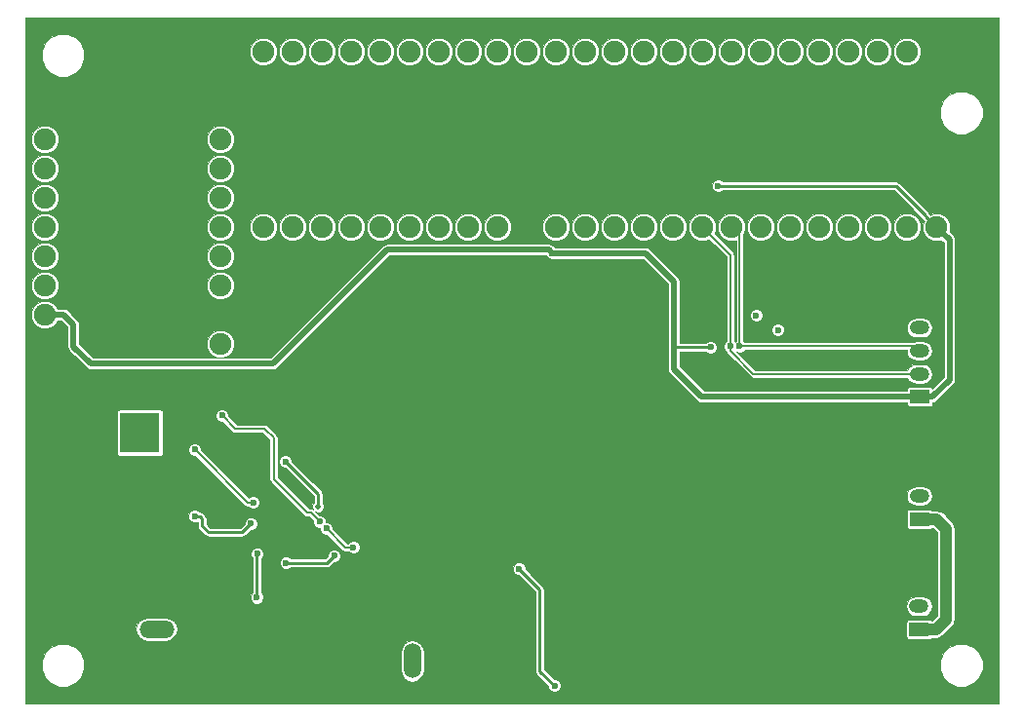
<source format=gbr>
G04 #@! TF.FileFunction,Copper,L2,Bot,Signal*
%FSLAX46Y46*%
G04 Gerber Fmt 4.6, Leading zero omitted, Abs format (unit mm)*
G04 Created by KiCad (PCBNEW 4.0.2-stable) date 12/24/2016 3:16:37 PM*
%MOMM*%
G01*
G04 APERTURE LIST*
%ADD10C,0.100000*%
%ADD11R,3.500120X3.500120*%
%ADD12O,3.014980X1.506220*%
%ADD13R,1.700000X1.200000*%
%ADD14O,1.700000X1.200000*%
%ADD15C,1.900000*%
%ADD16O,1.506220X3.014980*%
%ADD17C,0.600000*%
%ADD18C,0.500000*%
%ADD19C,0.200000*%
%ADD20C,0.250000*%
%ADD21C,0.500000*%
%ADD22C,0.150000*%
%ADD23C,1.000000*%
G04 APERTURE END LIST*
D10*
D11*
X100690680Y-96799400D03*
X94691200Y-96799400D03*
X97690940Y-101498400D03*
D12*
X102133400Y-113868200D03*
X102133400Y-111328200D03*
D13*
X168364300Y-93683308D03*
D14*
X168364300Y-91683308D03*
X168364300Y-89683308D03*
X168364300Y-87683308D03*
X168364300Y-85683308D03*
D13*
X168338900Y-113888508D03*
D14*
X168338900Y-111888508D03*
X168338900Y-109888508D03*
D13*
X168364300Y-104300508D03*
D14*
X168364300Y-102300508D03*
X168364300Y-100300508D03*
D15*
X167309800Y-63703200D03*
X164769800Y-63703200D03*
X162229800Y-63703200D03*
X159689800Y-63703200D03*
X157149800Y-63703200D03*
X154609800Y-63703200D03*
X152069800Y-63703200D03*
X149529800Y-63703200D03*
X146989800Y-63703200D03*
X144449800Y-63703200D03*
X141909800Y-63703200D03*
X139369800Y-63703200D03*
X136829800Y-63703200D03*
X136829800Y-78943200D03*
X139369800Y-78943200D03*
X141909800Y-78943200D03*
X144449800Y-78943200D03*
X146989800Y-78943200D03*
X149529800Y-78943200D03*
X152069800Y-78943200D03*
X154609800Y-78943200D03*
X157149800Y-78943200D03*
X159689800Y-78943200D03*
X162229800Y-78943200D03*
X164769800Y-78943200D03*
X167309800Y-78943200D03*
X169849800Y-78943200D03*
X169849800Y-63703200D03*
X134289800Y-78943200D03*
X134289800Y-63703200D03*
X131749800Y-78943200D03*
X129209800Y-78943200D03*
X126669800Y-78943200D03*
X124129800Y-78943200D03*
X121589800Y-78943200D03*
X119049800Y-78943200D03*
X116509800Y-78943200D03*
X113969800Y-78943200D03*
X111429800Y-78943200D03*
X131749800Y-63703200D03*
X129209800Y-63703200D03*
X126669800Y-63703200D03*
X124129800Y-63703200D03*
X121589800Y-63703200D03*
X119049800Y-63703200D03*
X116509800Y-63703200D03*
X113969800Y-63703200D03*
X111429800Y-63703200D03*
X107670600Y-89077800D03*
X107670600Y-86537800D03*
X107670600Y-83997800D03*
X107670600Y-81457800D03*
X107670600Y-78917800D03*
X107670600Y-76377800D03*
X107670600Y-73837800D03*
X107670600Y-71297800D03*
X92430600Y-89077800D03*
X92430600Y-86537800D03*
X92430600Y-83997800D03*
X92430600Y-81457800D03*
X92430600Y-78917800D03*
X92430600Y-76377800D03*
X92430600Y-73837800D03*
X92430600Y-71297800D03*
D16*
X124333000Y-116636800D03*
X121793000Y-116636800D03*
D17*
X149885400Y-105156000D03*
X150037800Y-103073200D03*
X148361400Y-101346000D03*
X146989800Y-99542600D03*
X147040600Y-97053400D03*
X146964400Y-94640400D03*
X146380200Y-91973400D03*
X143916400Y-90627200D03*
X142214600Y-92329000D03*
X142113000Y-94945200D03*
X141452600Y-97815400D03*
X139750800Y-99136200D03*
X139827000Y-101447600D03*
X139852400Y-103911400D03*
X139852400Y-107340400D03*
X139903200Y-109702600D03*
X142468600Y-109855000D03*
X144043400Y-111150400D03*
X145516600Y-112014000D03*
X147904200Y-112014000D03*
X150672800Y-112115600D03*
X153670000Y-112141000D03*
X156387800Y-112191800D03*
X156362400Y-110261400D03*
X156387800Y-108153200D03*
X153695400Y-108204000D03*
X154076400Y-80975200D03*
X156540200Y-80949800D03*
X158902400Y-80949800D03*
X161163000Y-80949800D03*
X163703000Y-80975200D03*
X166395400Y-80949800D03*
X168351200Y-81965800D03*
X168376600Y-83870800D03*
X137160000Y-93649800D03*
X142925800Y-83007200D03*
X126746000Y-111353600D03*
X104800400Y-89966800D03*
X109296200Y-111074200D03*
X115874800Y-107188000D03*
X117500400Y-110744000D03*
X105613200Y-93192600D03*
X104444800Y-94996000D03*
X119989600Y-103174800D03*
X116941600Y-101854000D03*
X117602000Y-101854000D03*
X117602000Y-102514400D03*
X116941600Y-102514400D03*
X111683800Y-107289600D03*
X108889800Y-97028000D03*
X109728000Y-97028000D03*
X110566200Y-97028000D03*
X111201200Y-97028000D03*
X157569300Y-87866708D03*
X154165700Y-85123508D03*
X151168500Y-87841308D03*
X131394200Y-115341400D03*
X131394200Y-114477800D03*
X144449800Y-117551200D03*
X138150600Y-118795800D03*
X134239000Y-81686400D03*
X132707220Y-81711800D03*
X132986620Y-97696724D03*
X134002620Y-97696724D03*
X138574620Y-89721124D03*
X139209620Y-89340124D03*
X139209620Y-88578124D03*
X138574620Y-88959124D03*
X139209620Y-90102124D03*
X139209620Y-90864124D03*
X138574620Y-90483124D03*
X132478620Y-90076724D03*
X131843620Y-90051324D03*
X131843620Y-90737124D03*
X132478620Y-90737124D03*
X132478620Y-89365524D03*
X131843620Y-89365524D03*
X131843620Y-88705124D03*
X132478620Y-88705124D03*
X137304620Y-84514124D03*
X152133700Y-92311708D03*
X154673700Y-91041708D03*
X154622900Y-97061508D03*
X151955900Y-106713508D03*
X154749900Y-106586508D03*
X157035900Y-105189508D03*
X105435400Y-98247200D03*
X110515400Y-102870000D03*
X117551200Y-107492800D03*
X113360200Y-108102400D03*
D18*
X116179600Y-103200200D03*
D17*
X113309400Y-99288600D03*
X133592000Y-108635800D03*
X136677400Y-118795800D03*
X136499600Y-81203800D03*
X150876000Y-75361800D03*
X154191100Y-86596708D03*
X150228700Y-89365308D03*
X156070700Y-87866708D03*
X151955597Y-89281000D03*
X152755600Y-89281000D03*
X116281200Y-104495600D03*
X107823000Y-95300800D03*
X110820200Y-111099600D03*
X110884242Y-107316251D03*
X119227600Y-106769870D03*
X116890800Y-105119470D03*
X110312200Y-104698800D03*
X105460800Y-104063800D03*
D19*
X110515400Y-102870000D02*
X110058200Y-102870000D01*
X110058200Y-102870000D02*
X105435400Y-98247200D01*
D20*
X113360200Y-108102400D02*
X116941600Y-108102400D01*
X116941600Y-108102400D02*
X117551200Y-107492800D01*
X113309400Y-99288600D02*
X116179600Y-102158800D01*
X116179600Y-102158800D02*
X116179600Y-103200200D01*
X136677400Y-118795800D02*
X135382000Y-117500400D01*
X135382000Y-117500400D02*
X135382000Y-110425800D01*
X135382000Y-110425800D02*
X133592000Y-108635800D01*
D21*
X136499600Y-81203800D02*
X136199601Y-80903801D01*
X94919800Y-87376000D02*
X94081600Y-86537800D01*
X136199601Y-80903801D02*
X122143799Y-80903801D01*
X122143799Y-80903801D02*
X112252599Y-90795001D01*
X94919800Y-89306400D02*
X94919800Y-87376000D01*
X112252599Y-90795001D02*
X96408401Y-90795001D01*
X96408401Y-90795001D02*
X94919800Y-89306400D01*
X94081600Y-86537800D02*
X92430600Y-86537800D01*
X147040600Y-83642200D02*
X147040600Y-89357200D01*
X147040600Y-89357200D02*
X147040600Y-91262200D01*
D20*
X150228700Y-89365308D02*
X149804436Y-89365308D01*
X149804436Y-89365308D02*
X149796328Y-89357200D01*
X149796328Y-89357200D02*
X147040600Y-89357200D01*
X168899801Y-77942401D02*
X166319200Y-75361800D01*
X166319200Y-75361800D02*
X150876000Y-75361800D01*
X169849800Y-78943200D02*
X168899801Y-77993201D01*
X168899801Y-77993201D02*
X168899801Y-77942401D01*
D21*
X170967400Y-92180208D02*
X170967400Y-80060800D01*
X170967400Y-80060800D02*
X169849800Y-78943200D01*
X168364300Y-93683308D02*
X169464300Y-93683308D01*
X169464300Y-93683308D02*
X170967400Y-92180208D01*
X147040600Y-91262200D02*
X149461708Y-93683308D01*
X149461708Y-93683308D02*
X168364300Y-93683308D01*
X144602200Y-81203800D02*
X147040600Y-83642200D01*
X136499600Y-81203800D02*
X144602200Y-81203800D01*
D22*
X151955597Y-89281000D02*
X151955597Y-89705264D01*
X151955597Y-89705264D02*
X153933641Y-91683308D01*
X153933641Y-91683308D02*
X167364300Y-91683308D01*
X167364300Y-91683308D02*
X168364300Y-91683308D01*
X151955597Y-89281000D02*
X151955597Y-81368997D01*
X151955597Y-81368997D02*
X149529800Y-78943200D01*
X152755600Y-89281000D02*
X167961992Y-89281000D01*
X167961992Y-89281000D02*
X168364300Y-89683308D01*
X152755600Y-89281000D02*
X152755600Y-79629000D01*
X152755600Y-79629000D02*
X152069800Y-78943200D01*
D19*
X107823000Y-95300800D02*
X108950199Y-96427999D01*
X108950199Y-96427999D02*
X111489201Y-96427999D01*
X111489201Y-96427999D02*
X112293400Y-97232198D01*
X112293400Y-97232198D02*
X112293400Y-100838000D01*
X112293400Y-100838000D02*
X115205601Y-103750201D01*
X115205601Y-103750201D02*
X115535801Y-103750201D01*
X115535801Y-103750201D02*
X116281200Y-104495600D01*
D20*
X110820200Y-111099600D02*
X110820200Y-107380293D01*
X110820200Y-107380293D02*
X110884242Y-107316251D01*
D19*
X116890800Y-105119470D02*
X118541200Y-106769870D01*
X118541200Y-106769870D02*
X119227600Y-106769870D01*
D20*
X106629200Y-105435400D02*
X109575600Y-105435400D01*
X109575600Y-105435400D02*
X110312200Y-104698800D01*
X106095800Y-104902000D02*
X106629200Y-105435400D01*
X106095800Y-104274536D02*
X106095800Y-104902000D01*
X105460800Y-104063800D02*
X105885064Y-104063800D01*
X105885064Y-104063800D02*
X106095800Y-104274536D01*
D23*
X168364300Y-104300508D02*
X169845300Y-104300508D01*
X169804092Y-113888508D02*
X168338900Y-113888508D01*
X170688000Y-113004600D02*
X169804092Y-113888508D01*
X170688000Y-105143208D02*
X170688000Y-113004600D01*
X169845300Y-104300508D02*
X170688000Y-105143208D01*
D10*
G36*
X175261278Y-120309548D02*
X90711278Y-120309548D01*
X90711278Y-117366373D01*
X92149679Y-117366373D01*
X92430732Y-118046572D01*
X92950691Y-118567439D01*
X93630398Y-118849679D01*
X94366373Y-118850321D01*
X95046572Y-118569268D01*
X95567439Y-118049309D01*
X95849679Y-117369602D01*
X95850321Y-116633627D01*
X95569268Y-115953428D01*
X95464013Y-115847989D01*
X123329890Y-115847989D01*
X123329890Y-117425611D01*
X123406247Y-117809485D01*
X123623694Y-118134917D01*
X123949126Y-118352364D01*
X124333000Y-118428721D01*
X124716874Y-118352364D01*
X125042306Y-118134917D01*
X125259753Y-117809485D01*
X125336110Y-117425611D01*
X125336110Y-115847989D01*
X125259753Y-115464115D01*
X125042306Y-115138683D01*
X124716874Y-114921236D01*
X124333000Y-114844879D01*
X123949126Y-114921236D01*
X123623694Y-115138683D01*
X123406247Y-115464115D01*
X123329890Y-115847989D01*
X95464013Y-115847989D01*
X95049309Y-115432561D01*
X94369602Y-115150321D01*
X93633627Y-115149679D01*
X92953428Y-115430732D01*
X92432561Y-115950691D01*
X92150321Y-116630398D01*
X92149679Y-117366373D01*
X90711278Y-117366373D01*
X90711278Y-113868200D01*
X100341479Y-113868200D01*
X100417836Y-114252074D01*
X100635283Y-114577506D01*
X100960715Y-114794953D01*
X101344589Y-114871310D01*
X102922211Y-114871310D01*
X103306085Y-114794953D01*
X103631517Y-114577506D01*
X103848964Y-114252074D01*
X103925321Y-113868200D01*
X103848964Y-113484326D01*
X103631517Y-113158894D01*
X103306085Y-112941447D01*
X102922211Y-112865090D01*
X101344589Y-112865090D01*
X100960715Y-112941447D01*
X100635283Y-113158894D01*
X100417836Y-113484326D01*
X100341479Y-113868200D01*
X90711278Y-113868200D01*
X90711278Y-111208522D01*
X110270105Y-111208522D01*
X110353661Y-111410743D01*
X110508243Y-111565595D01*
X110710318Y-111649504D01*
X110929122Y-111649695D01*
X111131343Y-111566139D01*
X111286195Y-111411557D01*
X111370104Y-111209482D01*
X111370295Y-110990678D01*
X111286739Y-110788457D01*
X111195200Y-110696758D01*
X111195200Y-108744722D01*
X133041905Y-108744722D01*
X133125461Y-108946943D01*
X133280043Y-109101795D01*
X133482118Y-109185704D01*
X133611687Y-109185817D01*
X135007000Y-110581130D01*
X135007000Y-117500400D01*
X135035545Y-117643907D01*
X135116835Y-117765565D01*
X136127417Y-118776147D01*
X136127305Y-118904722D01*
X136210861Y-119106943D01*
X136365443Y-119261795D01*
X136567518Y-119345704D01*
X136786322Y-119345895D01*
X136988543Y-119262339D01*
X137143395Y-119107757D01*
X137227304Y-118905682D01*
X137227495Y-118686878D01*
X137143939Y-118484657D01*
X136989357Y-118329805D01*
X136787282Y-118245896D01*
X136657713Y-118245783D01*
X135778303Y-117366373D01*
X170149679Y-117366373D01*
X170430732Y-118046572D01*
X170950691Y-118567439D01*
X171630398Y-118849679D01*
X172366373Y-118850321D01*
X173046572Y-118569268D01*
X173567439Y-118049309D01*
X173849679Y-117369602D01*
X173850321Y-116633627D01*
X173569268Y-115953428D01*
X173049309Y-115432561D01*
X172369602Y-115150321D01*
X171633627Y-115149679D01*
X170953428Y-115430732D01*
X170432561Y-115950691D01*
X170150321Y-116630398D01*
X170149679Y-117366373D01*
X135778303Y-117366373D01*
X135757000Y-117345070D01*
X135757000Y-113288508D01*
X167234003Y-113288508D01*
X167234003Y-114488508D01*
X167251435Y-114581152D01*
X167306188Y-114666240D01*
X167389731Y-114723323D01*
X167488900Y-114743405D01*
X169188900Y-114743405D01*
X169281544Y-114725973D01*
X169366632Y-114671220D01*
X169388983Y-114638508D01*
X169804092Y-114638508D01*
X170091105Y-114581418D01*
X170334422Y-114418838D01*
X171218330Y-113534930D01*
X171336432Y-113358178D01*
X171380910Y-113291613D01*
X171438000Y-113004600D01*
X171438000Y-105143208D01*
X171380910Y-104856195D01*
X171218330Y-104612878D01*
X170375630Y-103770178D01*
X170132313Y-103607598D01*
X169845300Y-103550508D01*
X169414857Y-103550508D01*
X169397012Y-103522776D01*
X169313469Y-103465693D01*
X169214300Y-103445611D01*
X167514300Y-103445611D01*
X167421656Y-103463043D01*
X167336568Y-103517796D01*
X167279485Y-103601339D01*
X167259403Y-103700508D01*
X167259403Y-104900508D01*
X167276835Y-104993152D01*
X167331588Y-105078240D01*
X167415131Y-105135323D01*
X167514300Y-105155405D01*
X169214300Y-105155405D01*
X169306944Y-105137973D01*
X169392032Y-105083220D01*
X169414383Y-105050508D01*
X169534640Y-105050508D01*
X169938000Y-105453868D01*
X169938000Y-112693940D01*
X169493432Y-113138508D01*
X169389457Y-113138508D01*
X169371612Y-113110776D01*
X169288069Y-113053693D01*
X169188900Y-113033611D01*
X167488900Y-113033611D01*
X167396256Y-113051043D01*
X167311168Y-113105796D01*
X167254085Y-113189339D01*
X167234003Y-113288508D01*
X135757000Y-113288508D01*
X135757000Y-111888508D01*
X167217350Y-111888508D01*
X167282052Y-112213789D01*
X167466309Y-112489549D01*
X167742069Y-112673806D01*
X168067350Y-112738508D01*
X168610450Y-112738508D01*
X168935731Y-112673806D01*
X169211491Y-112489549D01*
X169395748Y-112213789D01*
X169460450Y-111888508D01*
X169395748Y-111563227D01*
X169211491Y-111287467D01*
X168935731Y-111103210D01*
X168610450Y-111038508D01*
X168067350Y-111038508D01*
X167742069Y-111103210D01*
X167466309Y-111287467D01*
X167282052Y-111563227D01*
X167217350Y-111888508D01*
X135757000Y-111888508D01*
X135757000Y-110425800D01*
X135728455Y-110282294D01*
X135728455Y-110282293D01*
X135647165Y-110160635D01*
X134141983Y-108655453D01*
X134142095Y-108526878D01*
X134058539Y-108324657D01*
X133903957Y-108169805D01*
X133701882Y-108085896D01*
X133483078Y-108085705D01*
X133280857Y-108169261D01*
X133126005Y-108323843D01*
X133042096Y-108525918D01*
X133041905Y-108744722D01*
X111195200Y-108744722D01*
X111195200Y-108211322D01*
X112810105Y-108211322D01*
X112893661Y-108413543D01*
X113048243Y-108568395D01*
X113250318Y-108652304D01*
X113469122Y-108652495D01*
X113671343Y-108568939D01*
X113763042Y-108477400D01*
X116941600Y-108477400D01*
X117085107Y-108448855D01*
X117206765Y-108367565D01*
X117531547Y-108042783D01*
X117660122Y-108042895D01*
X117862343Y-107959339D01*
X118017195Y-107804757D01*
X118101104Y-107602682D01*
X118101295Y-107383878D01*
X118017739Y-107181657D01*
X117863157Y-107026805D01*
X117661082Y-106942896D01*
X117442278Y-106942705D01*
X117240057Y-107026261D01*
X117085205Y-107180843D01*
X117001296Y-107382918D01*
X117001183Y-107512487D01*
X116786270Y-107727400D01*
X113762993Y-107727400D01*
X113672157Y-107636405D01*
X113470082Y-107552496D01*
X113251278Y-107552305D01*
X113049057Y-107635861D01*
X112894205Y-107790443D01*
X112810296Y-107992518D01*
X112810105Y-108211322D01*
X111195200Y-108211322D01*
X111195200Y-107782866D01*
X111195385Y-107782790D01*
X111350237Y-107628208D01*
X111434146Y-107426133D01*
X111434337Y-107207329D01*
X111350781Y-107005108D01*
X111196199Y-106850256D01*
X110994124Y-106766347D01*
X110775320Y-106766156D01*
X110573099Y-106849712D01*
X110418247Y-107004294D01*
X110334338Y-107206369D01*
X110334147Y-107425173D01*
X110417703Y-107627394D01*
X110445200Y-107654939D01*
X110445200Y-110696807D01*
X110354205Y-110787643D01*
X110270296Y-110989718D01*
X110270105Y-111208522D01*
X90711278Y-111208522D01*
X90711278Y-104172722D01*
X104910705Y-104172722D01*
X104994261Y-104374943D01*
X105148843Y-104529795D01*
X105350918Y-104613704D01*
X105569722Y-104613895D01*
X105720800Y-104551471D01*
X105720800Y-104902000D01*
X105749345Y-105045507D01*
X105830635Y-105167165D01*
X106364035Y-105700565D01*
X106485694Y-105781855D01*
X106629200Y-105810400D01*
X109575600Y-105810400D01*
X109719107Y-105781855D01*
X109840765Y-105700565D01*
X110292547Y-105248783D01*
X110421122Y-105248895D01*
X110623343Y-105165339D01*
X110778195Y-105010757D01*
X110862104Y-104808682D01*
X110862295Y-104589878D01*
X110778739Y-104387657D01*
X110624157Y-104232805D01*
X110422082Y-104148896D01*
X110203278Y-104148705D01*
X110001057Y-104232261D01*
X109846205Y-104386843D01*
X109762296Y-104588918D01*
X109762183Y-104718487D01*
X109420270Y-105060400D01*
X106784530Y-105060400D01*
X106470800Y-104746670D01*
X106470800Y-104274536D01*
X106442255Y-104131030D01*
X106360965Y-104009371D01*
X106150229Y-103798635D01*
X106028571Y-103717345D01*
X105885064Y-103688800D01*
X105863593Y-103688800D01*
X105772757Y-103597805D01*
X105570682Y-103513896D01*
X105351878Y-103513705D01*
X105149657Y-103597261D01*
X104994805Y-103751843D01*
X104910896Y-103953918D01*
X104910705Y-104172722D01*
X90711278Y-104172722D01*
X90711278Y-95049340D01*
X98685723Y-95049340D01*
X98685723Y-98549460D01*
X98703155Y-98642104D01*
X98757908Y-98727192D01*
X98841451Y-98784275D01*
X98940620Y-98804357D01*
X102440740Y-98804357D01*
X102533384Y-98786925D01*
X102618472Y-98732172D01*
X102675555Y-98648629D01*
X102695637Y-98549460D01*
X102695637Y-98356122D01*
X104885305Y-98356122D01*
X104968861Y-98558343D01*
X105123443Y-98713195D01*
X105325518Y-98797104D01*
X105490474Y-98797248D01*
X109810712Y-103117487D01*
X109860132Y-103150508D01*
X109924261Y-103193358D01*
X110058200Y-103220000D01*
X110087650Y-103220000D01*
X110203443Y-103335995D01*
X110405518Y-103419904D01*
X110624322Y-103420095D01*
X110826543Y-103336539D01*
X110981395Y-103181957D01*
X111065304Y-102979882D01*
X111065495Y-102761078D01*
X110981939Y-102558857D01*
X110827357Y-102404005D01*
X110625282Y-102320096D01*
X110406478Y-102319905D01*
X110204257Y-102403461D01*
X110145395Y-102462220D01*
X105985352Y-98302178D01*
X105985495Y-98138278D01*
X105901939Y-97936057D01*
X105747357Y-97781205D01*
X105545282Y-97697296D01*
X105326478Y-97697105D01*
X105124257Y-97780661D01*
X104969405Y-97935243D01*
X104885496Y-98137318D01*
X104885305Y-98356122D01*
X102695637Y-98356122D01*
X102695637Y-95409722D01*
X107272905Y-95409722D01*
X107356461Y-95611943D01*
X107511043Y-95766795D01*
X107713118Y-95850704D01*
X107878074Y-95850848D01*
X108702712Y-96675486D01*
X108816259Y-96751357D01*
X108838481Y-96755777D01*
X108950199Y-96777999D01*
X111344227Y-96777999D01*
X111943400Y-97377172D01*
X111943400Y-100838000D01*
X111970042Y-100971939D01*
X112045913Y-101085487D01*
X114958114Y-103997688D01*
X115071661Y-104073559D01*
X115093883Y-104077979D01*
X115205601Y-104100201D01*
X115390827Y-104100201D01*
X115731248Y-104440623D01*
X115731105Y-104604522D01*
X115814661Y-104806743D01*
X115969243Y-104961595D01*
X116171318Y-105045504D01*
X116340865Y-105045652D01*
X116340705Y-105228392D01*
X116424261Y-105430613D01*
X116578843Y-105585465D01*
X116780918Y-105669374D01*
X116945874Y-105669518D01*
X118293713Y-107017357D01*
X118407260Y-107093228D01*
X118429482Y-107097648D01*
X118541200Y-107119870D01*
X118799850Y-107119870D01*
X118915643Y-107235865D01*
X119117718Y-107319774D01*
X119336522Y-107319965D01*
X119538743Y-107236409D01*
X119693595Y-107081827D01*
X119777504Y-106879752D01*
X119777695Y-106660948D01*
X119694139Y-106458727D01*
X119539557Y-106303875D01*
X119337482Y-106219966D01*
X119118678Y-106219775D01*
X118916457Y-106303331D01*
X118799714Y-106419870D01*
X118686174Y-106419870D01*
X117440752Y-105174448D01*
X117440895Y-105010548D01*
X117357339Y-104808327D01*
X117202757Y-104653475D01*
X117000682Y-104569566D01*
X116831135Y-104569418D01*
X116831295Y-104386678D01*
X116747739Y-104184457D01*
X116593157Y-104029605D01*
X116391082Y-103945696D01*
X116226127Y-103945552D01*
X115910375Y-103629801D01*
X116079707Y-103700113D01*
X116278620Y-103700287D01*
X116462457Y-103624327D01*
X116603233Y-103483797D01*
X116679513Y-103300093D01*
X116679687Y-103101180D01*
X116603727Y-102917343D01*
X116554600Y-102868130D01*
X116554600Y-102300508D01*
X167242750Y-102300508D01*
X167307452Y-102625789D01*
X167491709Y-102901549D01*
X167767469Y-103085806D01*
X168092750Y-103150508D01*
X168635850Y-103150508D01*
X168961131Y-103085806D01*
X169236891Y-102901549D01*
X169421148Y-102625789D01*
X169485850Y-102300508D01*
X169421148Y-101975227D01*
X169236891Y-101699467D01*
X168961131Y-101515210D01*
X168635850Y-101450508D01*
X168092750Y-101450508D01*
X167767469Y-101515210D01*
X167491709Y-101699467D01*
X167307452Y-101975227D01*
X167242750Y-102300508D01*
X116554600Y-102300508D01*
X116554600Y-102158800D01*
X116526055Y-102015294D01*
X116444765Y-101893635D01*
X113859383Y-99308253D01*
X113859495Y-99179678D01*
X113775939Y-98977457D01*
X113621357Y-98822605D01*
X113419282Y-98738696D01*
X113200478Y-98738505D01*
X112998257Y-98822061D01*
X112843405Y-98976643D01*
X112759496Y-99178718D01*
X112759305Y-99397522D01*
X112842861Y-99599743D01*
X112997443Y-99754595D01*
X113199518Y-99838504D01*
X113329087Y-99838617D01*
X115804600Y-102314130D01*
X115804600Y-102868055D01*
X115755967Y-102916603D01*
X115679687Y-103100307D01*
X115679513Y-103299220D01*
X115755473Y-103483057D01*
X115758685Y-103486275D01*
X115669740Y-103426843D01*
X115535801Y-103400201D01*
X115350575Y-103400201D01*
X112643400Y-100693026D01*
X112643400Y-97232198D01*
X112616758Y-97098259D01*
X112616758Y-97098258D01*
X112540887Y-96984711D01*
X111736688Y-96180512D01*
X111623140Y-96104641D01*
X111489201Y-96077999D01*
X109095173Y-96077999D01*
X108372952Y-95355778D01*
X108373095Y-95191878D01*
X108289539Y-94989657D01*
X108134957Y-94834805D01*
X107932882Y-94750896D01*
X107714078Y-94750705D01*
X107511857Y-94834261D01*
X107357005Y-94988843D01*
X107273096Y-95190918D01*
X107272905Y-95409722D01*
X102695637Y-95409722D01*
X102695637Y-95049340D01*
X102678205Y-94956696D01*
X102623452Y-94871608D01*
X102539909Y-94814525D01*
X102440740Y-94794443D01*
X98940620Y-94794443D01*
X98847976Y-94811875D01*
X98762888Y-94866628D01*
X98705805Y-94950171D01*
X98685723Y-95049340D01*
X90711278Y-95049340D01*
X90711278Y-86775447D01*
X91230393Y-86775447D01*
X91412697Y-87216657D01*
X91749967Y-87554517D01*
X92190858Y-87737591D01*
X92668247Y-87738007D01*
X93109457Y-87555703D01*
X93447317Y-87218433D01*
X93522322Y-87037800D01*
X93874494Y-87037800D01*
X94419800Y-87583107D01*
X94419800Y-89306400D01*
X94453183Y-89474230D01*
X94457860Y-89497742D01*
X94566247Y-89659953D01*
X96054848Y-91148555D01*
X96152087Y-91213527D01*
X96217059Y-91256941D01*
X96408401Y-91295001D01*
X112252599Y-91295001D01*
X112443941Y-91256941D01*
X112606152Y-91148554D01*
X122350906Y-81403801D01*
X135987138Y-81403801D01*
X136033061Y-81514943D01*
X136187643Y-81669795D01*
X136389718Y-81753704D01*
X136608522Y-81753895D01*
X136729761Y-81703800D01*
X144395094Y-81703800D01*
X146540600Y-83849307D01*
X146540600Y-91262200D01*
X146559717Y-91358308D01*
X146578660Y-91453542D01*
X146687047Y-91615753D01*
X149108155Y-94036862D01*
X149270366Y-94145248D01*
X149461708Y-94183308D01*
X167259403Y-94183308D01*
X167259403Y-94283308D01*
X167276835Y-94375952D01*
X167331588Y-94461040D01*
X167415131Y-94518123D01*
X167514300Y-94538205D01*
X169214300Y-94538205D01*
X169306944Y-94520773D01*
X169392032Y-94466020D01*
X169449115Y-94382477D01*
X169469197Y-94283308D01*
X169469197Y-94182334D01*
X169655642Y-94145248D01*
X169817853Y-94036861D01*
X171320953Y-92533762D01*
X171429340Y-92371550D01*
X171446685Y-92284349D01*
X171467400Y-92180208D01*
X171467400Y-80060800D01*
X171429340Y-79869458D01*
X171320953Y-79707247D01*
X170975376Y-79361670D01*
X171049591Y-79182942D01*
X171050007Y-78705553D01*
X170867703Y-78264343D01*
X170530433Y-77926483D01*
X170089542Y-77743409D01*
X169612153Y-77742993D01*
X169306299Y-77869369D01*
X169248846Y-77811916D01*
X169246256Y-77798894D01*
X169164966Y-77677236D01*
X166584365Y-75096635D01*
X166462707Y-75015345D01*
X166319200Y-74986800D01*
X151278793Y-74986800D01*
X151187957Y-74895805D01*
X150985882Y-74811896D01*
X150767078Y-74811705D01*
X150564857Y-74895261D01*
X150410005Y-75049843D01*
X150326096Y-75251918D01*
X150325905Y-75470722D01*
X150409461Y-75672943D01*
X150564043Y-75827795D01*
X150766118Y-75911704D01*
X150984922Y-75911895D01*
X151187143Y-75828339D01*
X151278842Y-75736800D01*
X166163870Y-75736800D01*
X168550756Y-78123686D01*
X168553346Y-78136708D01*
X168634636Y-78258366D01*
X168776090Y-78399820D01*
X168650009Y-78703458D01*
X168649593Y-79180847D01*
X168831897Y-79622057D01*
X169169167Y-79959917D01*
X169610058Y-80142991D01*
X170087447Y-80143407D01*
X170268211Y-80068717D01*
X170467400Y-80267906D01*
X170467400Y-91973101D01*
X169451010Y-92989491D01*
X169397012Y-92905576D01*
X169313469Y-92848493D01*
X169214300Y-92828411D01*
X167514300Y-92828411D01*
X167421656Y-92845843D01*
X167336568Y-92900596D01*
X167279485Y-92984139D01*
X167259403Y-93083308D01*
X167259403Y-93183308D01*
X149668815Y-93183308D01*
X147540600Y-91055094D01*
X147540600Y-89732200D01*
X149763674Y-89732200D01*
X149804436Y-89740308D01*
X149825907Y-89740308D01*
X149916743Y-89831303D01*
X150118818Y-89915212D01*
X150337622Y-89915403D01*
X150539843Y-89831847D01*
X150694695Y-89677265D01*
X150778604Y-89475190D01*
X150778795Y-89256386D01*
X150695239Y-89054165D01*
X150540657Y-88899313D01*
X150338582Y-88815404D01*
X150119778Y-88815213D01*
X149917557Y-88898769D01*
X149827724Y-88988445D01*
X149796328Y-88982200D01*
X147540600Y-88982200D01*
X147540600Y-83642200D01*
X147502540Y-83450858D01*
X147394153Y-83288646D01*
X144955753Y-80850247D01*
X144793542Y-80741860D01*
X144602200Y-80703800D01*
X136729664Y-80703800D01*
X136690404Y-80687498D01*
X136553154Y-80550248D01*
X136390943Y-80441861D01*
X136381069Y-80439897D01*
X136199601Y-80403801D01*
X122143799Y-80403801D01*
X121962331Y-80439897D01*
X121952457Y-80441861D01*
X121790245Y-80550248D01*
X112045493Y-90295001D01*
X96615508Y-90295001D01*
X95635954Y-89315447D01*
X106470393Y-89315447D01*
X106652697Y-89756657D01*
X106989967Y-90094517D01*
X107430858Y-90277591D01*
X107908247Y-90278007D01*
X108349457Y-90095703D01*
X108687317Y-89758433D01*
X108870391Y-89317542D01*
X108870807Y-88840153D01*
X108688503Y-88398943D01*
X108351233Y-88061083D01*
X107910342Y-87878009D01*
X107432953Y-87877593D01*
X106991743Y-88059897D01*
X106653883Y-88397167D01*
X106470809Y-88838058D01*
X106470393Y-89315447D01*
X95635954Y-89315447D01*
X95419800Y-89099294D01*
X95419800Y-87376000D01*
X95381740Y-87184658D01*
X95313324Y-87082267D01*
X95273354Y-87022447D01*
X94435153Y-86184247D01*
X94272942Y-86075860D01*
X94081600Y-86037800D01*
X93522405Y-86037800D01*
X93448503Y-85858943D01*
X93111233Y-85521083D01*
X92670342Y-85338009D01*
X92192953Y-85337593D01*
X91751743Y-85519897D01*
X91413883Y-85857167D01*
X91230809Y-86298058D01*
X91230393Y-86775447D01*
X90711278Y-86775447D01*
X90711278Y-84235447D01*
X91230393Y-84235447D01*
X91412697Y-84676657D01*
X91749967Y-85014517D01*
X92190858Y-85197591D01*
X92668247Y-85198007D01*
X93109457Y-85015703D01*
X93447317Y-84678433D01*
X93630391Y-84237542D01*
X93630392Y-84235447D01*
X106470393Y-84235447D01*
X106652697Y-84676657D01*
X106989967Y-85014517D01*
X107430858Y-85197591D01*
X107908247Y-85198007D01*
X108349457Y-85015703D01*
X108687317Y-84678433D01*
X108870391Y-84237542D01*
X108870807Y-83760153D01*
X108688503Y-83318943D01*
X108351233Y-82981083D01*
X107910342Y-82798009D01*
X107432953Y-82797593D01*
X106991743Y-82979897D01*
X106653883Y-83317167D01*
X106470809Y-83758058D01*
X106470393Y-84235447D01*
X93630392Y-84235447D01*
X93630807Y-83760153D01*
X93448503Y-83318943D01*
X93111233Y-82981083D01*
X92670342Y-82798009D01*
X92192953Y-82797593D01*
X91751743Y-82979897D01*
X91413883Y-83317167D01*
X91230809Y-83758058D01*
X91230393Y-84235447D01*
X90711278Y-84235447D01*
X90711278Y-81695447D01*
X91230393Y-81695447D01*
X91412697Y-82136657D01*
X91749967Y-82474517D01*
X92190858Y-82657591D01*
X92668247Y-82658007D01*
X93109457Y-82475703D01*
X93447317Y-82138433D01*
X93630391Y-81697542D01*
X93630392Y-81695447D01*
X106470393Y-81695447D01*
X106652697Y-82136657D01*
X106989967Y-82474517D01*
X107430858Y-82657591D01*
X107908247Y-82658007D01*
X108349457Y-82475703D01*
X108687317Y-82138433D01*
X108870391Y-81697542D01*
X108870807Y-81220153D01*
X108688503Y-80778943D01*
X108351233Y-80441083D01*
X107910342Y-80258009D01*
X107432953Y-80257593D01*
X106991743Y-80439897D01*
X106653883Y-80777167D01*
X106470809Y-81218058D01*
X106470393Y-81695447D01*
X93630392Y-81695447D01*
X93630807Y-81220153D01*
X93448503Y-80778943D01*
X93111233Y-80441083D01*
X92670342Y-80258009D01*
X92192953Y-80257593D01*
X91751743Y-80439897D01*
X91413883Y-80777167D01*
X91230809Y-81218058D01*
X91230393Y-81695447D01*
X90711278Y-81695447D01*
X90711278Y-79155447D01*
X91230393Y-79155447D01*
X91412697Y-79596657D01*
X91749967Y-79934517D01*
X92190858Y-80117591D01*
X92668247Y-80118007D01*
X93109457Y-79935703D01*
X93447317Y-79598433D01*
X93630391Y-79157542D01*
X93630392Y-79155447D01*
X106470393Y-79155447D01*
X106652697Y-79596657D01*
X106989967Y-79934517D01*
X107430858Y-80117591D01*
X107908247Y-80118007D01*
X108349457Y-79935703D01*
X108687317Y-79598433D01*
X108860713Y-79180847D01*
X110229593Y-79180847D01*
X110411897Y-79622057D01*
X110749167Y-79959917D01*
X111190058Y-80142991D01*
X111667447Y-80143407D01*
X112108657Y-79961103D01*
X112446517Y-79623833D01*
X112629591Y-79182942D01*
X112629592Y-79180847D01*
X112769593Y-79180847D01*
X112951897Y-79622057D01*
X113289167Y-79959917D01*
X113730058Y-80142991D01*
X114207447Y-80143407D01*
X114648657Y-79961103D01*
X114986517Y-79623833D01*
X115169591Y-79182942D01*
X115169592Y-79180847D01*
X115309593Y-79180847D01*
X115491897Y-79622057D01*
X115829167Y-79959917D01*
X116270058Y-80142991D01*
X116747447Y-80143407D01*
X117188657Y-79961103D01*
X117526517Y-79623833D01*
X117709591Y-79182942D01*
X117709592Y-79180847D01*
X117849593Y-79180847D01*
X118031897Y-79622057D01*
X118369167Y-79959917D01*
X118810058Y-80142991D01*
X119287447Y-80143407D01*
X119728657Y-79961103D01*
X120066517Y-79623833D01*
X120249591Y-79182942D01*
X120249592Y-79180847D01*
X120389593Y-79180847D01*
X120571897Y-79622057D01*
X120909167Y-79959917D01*
X121350058Y-80142991D01*
X121827447Y-80143407D01*
X122268657Y-79961103D01*
X122606517Y-79623833D01*
X122789591Y-79182942D01*
X122789592Y-79180847D01*
X122929593Y-79180847D01*
X123111897Y-79622057D01*
X123449167Y-79959917D01*
X123890058Y-80142991D01*
X124367447Y-80143407D01*
X124808657Y-79961103D01*
X125146517Y-79623833D01*
X125329591Y-79182942D01*
X125329592Y-79180847D01*
X125469593Y-79180847D01*
X125651897Y-79622057D01*
X125989167Y-79959917D01*
X126430058Y-80142991D01*
X126907447Y-80143407D01*
X127348657Y-79961103D01*
X127686517Y-79623833D01*
X127869591Y-79182942D01*
X127869592Y-79180847D01*
X128009593Y-79180847D01*
X128191897Y-79622057D01*
X128529167Y-79959917D01*
X128970058Y-80142991D01*
X129447447Y-80143407D01*
X129888657Y-79961103D01*
X130226517Y-79623833D01*
X130409591Y-79182942D01*
X130409592Y-79180847D01*
X130549593Y-79180847D01*
X130731897Y-79622057D01*
X131069167Y-79959917D01*
X131510058Y-80142991D01*
X131987447Y-80143407D01*
X132428657Y-79961103D01*
X132766517Y-79623833D01*
X132949591Y-79182942D01*
X132949592Y-79180847D01*
X135629593Y-79180847D01*
X135811897Y-79622057D01*
X136149167Y-79959917D01*
X136590058Y-80142991D01*
X137067447Y-80143407D01*
X137508657Y-79961103D01*
X137846517Y-79623833D01*
X138029591Y-79182942D01*
X138029592Y-79180847D01*
X138169593Y-79180847D01*
X138351897Y-79622057D01*
X138689167Y-79959917D01*
X139130058Y-80142991D01*
X139607447Y-80143407D01*
X140048657Y-79961103D01*
X140386517Y-79623833D01*
X140569591Y-79182942D01*
X140569592Y-79180847D01*
X140709593Y-79180847D01*
X140891897Y-79622057D01*
X141229167Y-79959917D01*
X141670058Y-80142991D01*
X142147447Y-80143407D01*
X142588657Y-79961103D01*
X142926517Y-79623833D01*
X143109591Y-79182942D01*
X143109592Y-79180847D01*
X143249593Y-79180847D01*
X143431897Y-79622057D01*
X143769167Y-79959917D01*
X144210058Y-80142991D01*
X144687447Y-80143407D01*
X145128657Y-79961103D01*
X145466517Y-79623833D01*
X145649591Y-79182942D01*
X145649592Y-79180847D01*
X145789593Y-79180847D01*
X145971897Y-79622057D01*
X146309167Y-79959917D01*
X146750058Y-80142991D01*
X147227447Y-80143407D01*
X147668657Y-79961103D01*
X148006517Y-79623833D01*
X148189591Y-79182942D01*
X148189592Y-79180847D01*
X148329593Y-79180847D01*
X148511897Y-79622057D01*
X148849167Y-79959917D01*
X149290058Y-80142991D01*
X149767447Y-80143407D01*
X150123337Y-79996357D01*
X151630597Y-81503617D01*
X151630597Y-88828294D01*
X151489602Y-88969043D01*
X151405693Y-89171118D01*
X151405502Y-89389922D01*
X151489058Y-89592143D01*
X151637718Y-89741062D01*
X151655336Y-89829636D01*
X151725787Y-89935074D01*
X153703829Y-91913115D01*
X153703831Y-91913118D01*
X153809269Y-91983569D01*
X153933641Y-92008309D01*
X153933646Y-92008308D01*
X167307396Y-92008308D01*
X167307452Y-92008589D01*
X167491709Y-92284349D01*
X167767469Y-92468606D01*
X168092750Y-92533308D01*
X168635850Y-92533308D01*
X168961131Y-92468606D01*
X169236891Y-92284349D01*
X169421148Y-92008589D01*
X169485850Y-91683308D01*
X169421148Y-91358027D01*
X169236891Y-91082267D01*
X168961131Y-90898010D01*
X168635850Y-90833308D01*
X168092750Y-90833308D01*
X167767469Y-90898010D01*
X167491709Y-91082267D01*
X167307452Y-91358027D01*
X167307396Y-91358308D01*
X154068260Y-91358308D01*
X152466396Y-89756443D01*
X152645718Y-89830904D01*
X152864522Y-89831095D01*
X153066743Y-89747539D01*
X153208529Y-89606000D01*
X167258127Y-89606000D01*
X167242750Y-89683308D01*
X167307452Y-90008589D01*
X167491709Y-90284349D01*
X167767469Y-90468606D01*
X168092750Y-90533308D01*
X168635850Y-90533308D01*
X168961131Y-90468606D01*
X169236891Y-90284349D01*
X169421148Y-90008589D01*
X169485850Y-89683308D01*
X169421148Y-89358027D01*
X169236891Y-89082267D01*
X168961131Y-88898010D01*
X168635850Y-88833308D01*
X168092750Y-88833308D01*
X167767469Y-88898010D01*
X167680681Y-88956000D01*
X153208306Y-88956000D01*
X153080600Y-88828071D01*
X153080600Y-87975630D01*
X155520605Y-87975630D01*
X155604161Y-88177851D01*
X155758743Y-88332703D01*
X155960818Y-88416612D01*
X156179622Y-88416803D01*
X156381843Y-88333247D01*
X156536695Y-88178665D01*
X156620604Y-87976590D01*
X156620795Y-87757786D01*
X156590022Y-87683308D01*
X167242750Y-87683308D01*
X167307452Y-88008589D01*
X167491709Y-88284349D01*
X167767469Y-88468606D01*
X168092750Y-88533308D01*
X168635850Y-88533308D01*
X168961131Y-88468606D01*
X169236891Y-88284349D01*
X169421148Y-88008589D01*
X169485850Y-87683308D01*
X169421148Y-87358027D01*
X169236891Y-87082267D01*
X168961131Y-86898010D01*
X168635850Y-86833308D01*
X168092750Y-86833308D01*
X167767469Y-86898010D01*
X167491709Y-87082267D01*
X167307452Y-87358027D01*
X167242750Y-87683308D01*
X156590022Y-87683308D01*
X156537239Y-87555565D01*
X156382657Y-87400713D01*
X156180582Y-87316804D01*
X155961778Y-87316613D01*
X155759557Y-87400169D01*
X155604705Y-87554751D01*
X155520796Y-87756826D01*
X155520605Y-87975630D01*
X153080600Y-87975630D01*
X153080600Y-86705630D01*
X153641005Y-86705630D01*
X153724561Y-86907851D01*
X153879143Y-87062703D01*
X154081218Y-87146612D01*
X154300022Y-87146803D01*
X154502243Y-87063247D01*
X154657095Y-86908665D01*
X154741004Y-86706590D01*
X154741195Y-86487786D01*
X154657639Y-86285565D01*
X154503057Y-86130713D01*
X154300982Y-86046804D01*
X154082178Y-86046613D01*
X153879957Y-86130169D01*
X153725105Y-86284751D01*
X153641196Y-86486826D01*
X153641005Y-86705630D01*
X153080600Y-86705630D01*
X153080600Y-79629740D01*
X153086517Y-79623833D01*
X153269591Y-79182942D01*
X153269592Y-79180847D01*
X153409593Y-79180847D01*
X153591897Y-79622057D01*
X153929167Y-79959917D01*
X154370058Y-80142991D01*
X154847447Y-80143407D01*
X155288657Y-79961103D01*
X155626517Y-79623833D01*
X155809591Y-79182942D01*
X155809592Y-79180847D01*
X155949593Y-79180847D01*
X156131897Y-79622057D01*
X156469167Y-79959917D01*
X156910058Y-80142991D01*
X157387447Y-80143407D01*
X157828657Y-79961103D01*
X158166517Y-79623833D01*
X158349591Y-79182942D01*
X158349592Y-79180847D01*
X158489593Y-79180847D01*
X158671897Y-79622057D01*
X159009167Y-79959917D01*
X159450058Y-80142991D01*
X159927447Y-80143407D01*
X160368657Y-79961103D01*
X160706517Y-79623833D01*
X160889591Y-79182942D01*
X160889592Y-79180847D01*
X161029593Y-79180847D01*
X161211897Y-79622057D01*
X161549167Y-79959917D01*
X161990058Y-80142991D01*
X162467447Y-80143407D01*
X162908657Y-79961103D01*
X163246517Y-79623833D01*
X163429591Y-79182942D01*
X163429592Y-79180847D01*
X163569593Y-79180847D01*
X163751897Y-79622057D01*
X164089167Y-79959917D01*
X164530058Y-80142991D01*
X165007447Y-80143407D01*
X165448657Y-79961103D01*
X165786517Y-79623833D01*
X165969591Y-79182942D01*
X165969592Y-79180847D01*
X166109593Y-79180847D01*
X166291897Y-79622057D01*
X166629167Y-79959917D01*
X167070058Y-80142991D01*
X167547447Y-80143407D01*
X167988657Y-79961103D01*
X168326517Y-79623833D01*
X168509591Y-79182942D01*
X168510007Y-78705553D01*
X168327703Y-78264343D01*
X167990433Y-77926483D01*
X167549542Y-77743409D01*
X167072153Y-77742993D01*
X166630943Y-77925297D01*
X166293083Y-78262567D01*
X166110009Y-78703458D01*
X166109593Y-79180847D01*
X165969592Y-79180847D01*
X165970007Y-78705553D01*
X165787703Y-78264343D01*
X165450433Y-77926483D01*
X165009542Y-77743409D01*
X164532153Y-77742993D01*
X164090943Y-77925297D01*
X163753083Y-78262567D01*
X163570009Y-78703458D01*
X163569593Y-79180847D01*
X163429592Y-79180847D01*
X163430007Y-78705553D01*
X163247703Y-78264343D01*
X162910433Y-77926483D01*
X162469542Y-77743409D01*
X161992153Y-77742993D01*
X161550943Y-77925297D01*
X161213083Y-78262567D01*
X161030009Y-78703458D01*
X161029593Y-79180847D01*
X160889592Y-79180847D01*
X160890007Y-78705553D01*
X160707703Y-78264343D01*
X160370433Y-77926483D01*
X159929542Y-77743409D01*
X159452153Y-77742993D01*
X159010943Y-77925297D01*
X158673083Y-78262567D01*
X158490009Y-78703458D01*
X158489593Y-79180847D01*
X158349592Y-79180847D01*
X158350007Y-78705553D01*
X158167703Y-78264343D01*
X157830433Y-77926483D01*
X157389542Y-77743409D01*
X156912153Y-77742993D01*
X156470943Y-77925297D01*
X156133083Y-78262567D01*
X155950009Y-78703458D01*
X155949593Y-79180847D01*
X155809592Y-79180847D01*
X155810007Y-78705553D01*
X155627703Y-78264343D01*
X155290433Y-77926483D01*
X154849542Y-77743409D01*
X154372153Y-77742993D01*
X153930943Y-77925297D01*
X153593083Y-78262567D01*
X153410009Y-78703458D01*
X153409593Y-79180847D01*
X153269592Y-79180847D01*
X153270007Y-78705553D01*
X153087703Y-78264343D01*
X152750433Y-77926483D01*
X152309542Y-77743409D01*
X151832153Y-77742993D01*
X151390943Y-77925297D01*
X151053083Y-78262567D01*
X150870009Y-78703458D01*
X150869593Y-79180847D01*
X151051897Y-79622057D01*
X151389167Y-79959917D01*
X151830058Y-80142991D01*
X152307447Y-80143407D01*
X152430600Y-80092521D01*
X152430600Y-88828294D01*
X152355579Y-88903184D01*
X152280597Y-88828071D01*
X152280597Y-81368997D01*
X152255858Y-81244625D01*
X152185407Y-81139187D01*
X150582763Y-79536543D01*
X150729591Y-79182942D01*
X150730007Y-78705553D01*
X150547703Y-78264343D01*
X150210433Y-77926483D01*
X149769542Y-77743409D01*
X149292153Y-77742993D01*
X148850943Y-77925297D01*
X148513083Y-78262567D01*
X148330009Y-78703458D01*
X148329593Y-79180847D01*
X148189592Y-79180847D01*
X148190007Y-78705553D01*
X148007703Y-78264343D01*
X147670433Y-77926483D01*
X147229542Y-77743409D01*
X146752153Y-77742993D01*
X146310943Y-77925297D01*
X145973083Y-78262567D01*
X145790009Y-78703458D01*
X145789593Y-79180847D01*
X145649592Y-79180847D01*
X145650007Y-78705553D01*
X145467703Y-78264343D01*
X145130433Y-77926483D01*
X144689542Y-77743409D01*
X144212153Y-77742993D01*
X143770943Y-77925297D01*
X143433083Y-78262567D01*
X143250009Y-78703458D01*
X143249593Y-79180847D01*
X143109592Y-79180847D01*
X143110007Y-78705553D01*
X142927703Y-78264343D01*
X142590433Y-77926483D01*
X142149542Y-77743409D01*
X141672153Y-77742993D01*
X141230943Y-77925297D01*
X140893083Y-78262567D01*
X140710009Y-78703458D01*
X140709593Y-79180847D01*
X140569592Y-79180847D01*
X140570007Y-78705553D01*
X140387703Y-78264343D01*
X140050433Y-77926483D01*
X139609542Y-77743409D01*
X139132153Y-77742993D01*
X138690943Y-77925297D01*
X138353083Y-78262567D01*
X138170009Y-78703458D01*
X138169593Y-79180847D01*
X138029592Y-79180847D01*
X138030007Y-78705553D01*
X137847703Y-78264343D01*
X137510433Y-77926483D01*
X137069542Y-77743409D01*
X136592153Y-77742993D01*
X136150943Y-77925297D01*
X135813083Y-78262567D01*
X135630009Y-78703458D01*
X135629593Y-79180847D01*
X132949592Y-79180847D01*
X132950007Y-78705553D01*
X132767703Y-78264343D01*
X132430433Y-77926483D01*
X131989542Y-77743409D01*
X131512153Y-77742993D01*
X131070943Y-77925297D01*
X130733083Y-78262567D01*
X130550009Y-78703458D01*
X130549593Y-79180847D01*
X130409592Y-79180847D01*
X130410007Y-78705553D01*
X130227703Y-78264343D01*
X129890433Y-77926483D01*
X129449542Y-77743409D01*
X128972153Y-77742993D01*
X128530943Y-77925297D01*
X128193083Y-78262567D01*
X128010009Y-78703458D01*
X128009593Y-79180847D01*
X127869592Y-79180847D01*
X127870007Y-78705553D01*
X127687703Y-78264343D01*
X127350433Y-77926483D01*
X126909542Y-77743409D01*
X126432153Y-77742993D01*
X125990943Y-77925297D01*
X125653083Y-78262567D01*
X125470009Y-78703458D01*
X125469593Y-79180847D01*
X125329592Y-79180847D01*
X125330007Y-78705553D01*
X125147703Y-78264343D01*
X124810433Y-77926483D01*
X124369542Y-77743409D01*
X123892153Y-77742993D01*
X123450943Y-77925297D01*
X123113083Y-78262567D01*
X122930009Y-78703458D01*
X122929593Y-79180847D01*
X122789592Y-79180847D01*
X122790007Y-78705553D01*
X122607703Y-78264343D01*
X122270433Y-77926483D01*
X121829542Y-77743409D01*
X121352153Y-77742993D01*
X120910943Y-77925297D01*
X120573083Y-78262567D01*
X120390009Y-78703458D01*
X120389593Y-79180847D01*
X120249592Y-79180847D01*
X120250007Y-78705553D01*
X120067703Y-78264343D01*
X119730433Y-77926483D01*
X119289542Y-77743409D01*
X118812153Y-77742993D01*
X118370943Y-77925297D01*
X118033083Y-78262567D01*
X117850009Y-78703458D01*
X117849593Y-79180847D01*
X117709592Y-79180847D01*
X117710007Y-78705553D01*
X117527703Y-78264343D01*
X117190433Y-77926483D01*
X116749542Y-77743409D01*
X116272153Y-77742993D01*
X115830943Y-77925297D01*
X115493083Y-78262567D01*
X115310009Y-78703458D01*
X115309593Y-79180847D01*
X115169592Y-79180847D01*
X115170007Y-78705553D01*
X114987703Y-78264343D01*
X114650433Y-77926483D01*
X114209542Y-77743409D01*
X113732153Y-77742993D01*
X113290943Y-77925297D01*
X112953083Y-78262567D01*
X112770009Y-78703458D01*
X112769593Y-79180847D01*
X112629592Y-79180847D01*
X112630007Y-78705553D01*
X112447703Y-78264343D01*
X112110433Y-77926483D01*
X111669542Y-77743409D01*
X111192153Y-77742993D01*
X110750943Y-77925297D01*
X110413083Y-78262567D01*
X110230009Y-78703458D01*
X110229593Y-79180847D01*
X108860713Y-79180847D01*
X108870391Y-79157542D01*
X108870807Y-78680153D01*
X108688503Y-78238943D01*
X108351233Y-77901083D01*
X107910342Y-77718009D01*
X107432953Y-77717593D01*
X106991743Y-77899897D01*
X106653883Y-78237167D01*
X106470809Y-78678058D01*
X106470393Y-79155447D01*
X93630392Y-79155447D01*
X93630807Y-78680153D01*
X93448503Y-78238943D01*
X93111233Y-77901083D01*
X92670342Y-77718009D01*
X92192953Y-77717593D01*
X91751743Y-77899897D01*
X91413883Y-78237167D01*
X91230809Y-78678058D01*
X91230393Y-79155447D01*
X90711278Y-79155447D01*
X90711278Y-76615447D01*
X91230393Y-76615447D01*
X91412697Y-77056657D01*
X91749967Y-77394517D01*
X92190858Y-77577591D01*
X92668247Y-77578007D01*
X93109457Y-77395703D01*
X93447317Y-77058433D01*
X93630391Y-76617542D01*
X93630392Y-76615447D01*
X106470393Y-76615447D01*
X106652697Y-77056657D01*
X106989967Y-77394517D01*
X107430858Y-77577591D01*
X107908247Y-77578007D01*
X108349457Y-77395703D01*
X108687317Y-77058433D01*
X108870391Y-76617542D01*
X108870807Y-76140153D01*
X108688503Y-75698943D01*
X108351233Y-75361083D01*
X107910342Y-75178009D01*
X107432953Y-75177593D01*
X106991743Y-75359897D01*
X106653883Y-75697167D01*
X106470809Y-76138058D01*
X106470393Y-76615447D01*
X93630392Y-76615447D01*
X93630807Y-76140153D01*
X93448503Y-75698943D01*
X93111233Y-75361083D01*
X92670342Y-75178009D01*
X92192953Y-75177593D01*
X91751743Y-75359897D01*
X91413883Y-75697167D01*
X91230809Y-76138058D01*
X91230393Y-76615447D01*
X90711278Y-76615447D01*
X90711278Y-74075447D01*
X91230393Y-74075447D01*
X91412697Y-74516657D01*
X91749967Y-74854517D01*
X92190858Y-75037591D01*
X92668247Y-75038007D01*
X93109457Y-74855703D01*
X93447317Y-74518433D01*
X93630391Y-74077542D01*
X93630392Y-74075447D01*
X106470393Y-74075447D01*
X106652697Y-74516657D01*
X106989967Y-74854517D01*
X107430858Y-75037591D01*
X107908247Y-75038007D01*
X108349457Y-74855703D01*
X108687317Y-74518433D01*
X108870391Y-74077542D01*
X108870807Y-73600153D01*
X108688503Y-73158943D01*
X108351233Y-72821083D01*
X107910342Y-72638009D01*
X107432953Y-72637593D01*
X106991743Y-72819897D01*
X106653883Y-73157167D01*
X106470809Y-73598058D01*
X106470393Y-74075447D01*
X93630392Y-74075447D01*
X93630807Y-73600153D01*
X93448503Y-73158943D01*
X93111233Y-72821083D01*
X92670342Y-72638009D01*
X92192953Y-72637593D01*
X91751743Y-72819897D01*
X91413883Y-73157167D01*
X91230809Y-73598058D01*
X91230393Y-74075447D01*
X90711278Y-74075447D01*
X90711278Y-71535447D01*
X91230393Y-71535447D01*
X91412697Y-71976657D01*
X91749967Y-72314517D01*
X92190858Y-72497591D01*
X92668247Y-72498007D01*
X93109457Y-72315703D01*
X93447317Y-71978433D01*
X93630391Y-71537542D01*
X93630392Y-71535447D01*
X106470393Y-71535447D01*
X106652697Y-71976657D01*
X106989967Y-72314517D01*
X107430858Y-72497591D01*
X107908247Y-72498007D01*
X108349457Y-72315703D01*
X108687317Y-71978433D01*
X108870391Y-71537542D01*
X108870807Y-71060153D01*
X108688503Y-70618943D01*
X108351233Y-70281083D01*
X107910342Y-70098009D01*
X107432953Y-70097593D01*
X106991743Y-70279897D01*
X106653883Y-70617167D01*
X106470809Y-71058058D01*
X106470393Y-71535447D01*
X93630392Y-71535447D01*
X93630807Y-71060153D01*
X93448503Y-70618943D01*
X93111233Y-70281083D01*
X92670342Y-70098009D01*
X92192953Y-70097593D01*
X91751743Y-70279897D01*
X91413883Y-70617167D01*
X91230809Y-71058058D01*
X91230393Y-71535447D01*
X90711278Y-71535447D01*
X90711278Y-69366373D01*
X170149679Y-69366373D01*
X170430732Y-70046572D01*
X170950691Y-70567439D01*
X171630398Y-70849679D01*
X172366373Y-70850321D01*
X173046572Y-70569268D01*
X173567439Y-70049309D01*
X173849679Y-69369602D01*
X173850321Y-68633627D01*
X173569268Y-67953428D01*
X173049309Y-67432561D01*
X172369602Y-67150321D01*
X171633627Y-67149679D01*
X170953428Y-67430732D01*
X170432561Y-67950691D01*
X170150321Y-68630398D01*
X170149679Y-69366373D01*
X90711278Y-69366373D01*
X90711278Y-64366373D01*
X92149679Y-64366373D01*
X92430732Y-65046572D01*
X92950691Y-65567439D01*
X93630398Y-65849679D01*
X94366373Y-65850321D01*
X95046572Y-65569268D01*
X95567439Y-65049309D01*
X95849679Y-64369602D01*
X95850053Y-63940847D01*
X110229593Y-63940847D01*
X110411897Y-64382057D01*
X110749167Y-64719917D01*
X111190058Y-64902991D01*
X111667447Y-64903407D01*
X112108657Y-64721103D01*
X112446517Y-64383833D01*
X112629591Y-63942942D01*
X112629592Y-63940847D01*
X112769593Y-63940847D01*
X112951897Y-64382057D01*
X113289167Y-64719917D01*
X113730058Y-64902991D01*
X114207447Y-64903407D01*
X114648657Y-64721103D01*
X114986517Y-64383833D01*
X115169591Y-63942942D01*
X115169592Y-63940847D01*
X115309593Y-63940847D01*
X115491897Y-64382057D01*
X115829167Y-64719917D01*
X116270058Y-64902991D01*
X116747447Y-64903407D01*
X117188657Y-64721103D01*
X117526517Y-64383833D01*
X117709591Y-63942942D01*
X117709592Y-63940847D01*
X117849593Y-63940847D01*
X118031897Y-64382057D01*
X118369167Y-64719917D01*
X118810058Y-64902991D01*
X119287447Y-64903407D01*
X119728657Y-64721103D01*
X120066517Y-64383833D01*
X120249591Y-63942942D01*
X120249592Y-63940847D01*
X120389593Y-63940847D01*
X120571897Y-64382057D01*
X120909167Y-64719917D01*
X121350058Y-64902991D01*
X121827447Y-64903407D01*
X122268657Y-64721103D01*
X122606517Y-64383833D01*
X122789591Y-63942942D01*
X122789592Y-63940847D01*
X122929593Y-63940847D01*
X123111897Y-64382057D01*
X123449167Y-64719917D01*
X123890058Y-64902991D01*
X124367447Y-64903407D01*
X124808657Y-64721103D01*
X125146517Y-64383833D01*
X125329591Y-63942942D01*
X125329592Y-63940847D01*
X125469593Y-63940847D01*
X125651897Y-64382057D01*
X125989167Y-64719917D01*
X126430058Y-64902991D01*
X126907447Y-64903407D01*
X127348657Y-64721103D01*
X127686517Y-64383833D01*
X127869591Y-63942942D01*
X127869592Y-63940847D01*
X128009593Y-63940847D01*
X128191897Y-64382057D01*
X128529167Y-64719917D01*
X128970058Y-64902991D01*
X129447447Y-64903407D01*
X129888657Y-64721103D01*
X130226517Y-64383833D01*
X130409591Y-63942942D01*
X130409592Y-63940847D01*
X130549593Y-63940847D01*
X130731897Y-64382057D01*
X131069167Y-64719917D01*
X131510058Y-64902991D01*
X131987447Y-64903407D01*
X132428657Y-64721103D01*
X132766517Y-64383833D01*
X132949591Y-63942942D01*
X132949592Y-63940847D01*
X133089593Y-63940847D01*
X133271897Y-64382057D01*
X133609167Y-64719917D01*
X134050058Y-64902991D01*
X134527447Y-64903407D01*
X134968657Y-64721103D01*
X135306517Y-64383833D01*
X135489591Y-63942942D01*
X135489592Y-63940847D01*
X135629593Y-63940847D01*
X135811897Y-64382057D01*
X136149167Y-64719917D01*
X136590058Y-64902991D01*
X137067447Y-64903407D01*
X137508657Y-64721103D01*
X137846517Y-64383833D01*
X138029591Y-63942942D01*
X138029592Y-63940847D01*
X138169593Y-63940847D01*
X138351897Y-64382057D01*
X138689167Y-64719917D01*
X139130058Y-64902991D01*
X139607447Y-64903407D01*
X140048657Y-64721103D01*
X140386517Y-64383833D01*
X140569591Y-63942942D01*
X140569592Y-63940847D01*
X140709593Y-63940847D01*
X140891897Y-64382057D01*
X141229167Y-64719917D01*
X141670058Y-64902991D01*
X142147447Y-64903407D01*
X142588657Y-64721103D01*
X142926517Y-64383833D01*
X143109591Y-63942942D01*
X143109592Y-63940847D01*
X143249593Y-63940847D01*
X143431897Y-64382057D01*
X143769167Y-64719917D01*
X144210058Y-64902991D01*
X144687447Y-64903407D01*
X145128657Y-64721103D01*
X145466517Y-64383833D01*
X145649591Y-63942942D01*
X145649592Y-63940847D01*
X145789593Y-63940847D01*
X145971897Y-64382057D01*
X146309167Y-64719917D01*
X146750058Y-64902991D01*
X147227447Y-64903407D01*
X147668657Y-64721103D01*
X148006517Y-64383833D01*
X148189591Y-63942942D01*
X148189592Y-63940847D01*
X148329593Y-63940847D01*
X148511897Y-64382057D01*
X148849167Y-64719917D01*
X149290058Y-64902991D01*
X149767447Y-64903407D01*
X150208657Y-64721103D01*
X150546517Y-64383833D01*
X150729591Y-63942942D01*
X150729592Y-63940847D01*
X150869593Y-63940847D01*
X151051897Y-64382057D01*
X151389167Y-64719917D01*
X151830058Y-64902991D01*
X152307447Y-64903407D01*
X152748657Y-64721103D01*
X153086517Y-64383833D01*
X153269591Y-63942942D01*
X153269592Y-63940847D01*
X153409593Y-63940847D01*
X153591897Y-64382057D01*
X153929167Y-64719917D01*
X154370058Y-64902991D01*
X154847447Y-64903407D01*
X155288657Y-64721103D01*
X155626517Y-64383833D01*
X155809591Y-63942942D01*
X155809592Y-63940847D01*
X155949593Y-63940847D01*
X156131897Y-64382057D01*
X156469167Y-64719917D01*
X156910058Y-64902991D01*
X157387447Y-64903407D01*
X157828657Y-64721103D01*
X158166517Y-64383833D01*
X158349591Y-63942942D01*
X158349592Y-63940847D01*
X158489593Y-63940847D01*
X158671897Y-64382057D01*
X159009167Y-64719917D01*
X159450058Y-64902991D01*
X159927447Y-64903407D01*
X160368657Y-64721103D01*
X160706517Y-64383833D01*
X160889591Y-63942942D01*
X160889592Y-63940847D01*
X161029593Y-63940847D01*
X161211897Y-64382057D01*
X161549167Y-64719917D01*
X161990058Y-64902991D01*
X162467447Y-64903407D01*
X162908657Y-64721103D01*
X163246517Y-64383833D01*
X163429591Y-63942942D01*
X163429592Y-63940847D01*
X163569593Y-63940847D01*
X163751897Y-64382057D01*
X164089167Y-64719917D01*
X164530058Y-64902991D01*
X165007447Y-64903407D01*
X165448657Y-64721103D01*
X165786517Y-64383833D01*
X165969591Y-63942942D01*
X165969592Y-63940847D01*
X166109593Y-63940847D01*
X166291897Y-64382057D01*
X166629167Y-64719917D01*
X167070058Y-64902991D01*
X167547447Y-64903407D01*
X167988657Y-64721103D01*
X168326517Y-64383833D01*
X168509591Y-63942942D01*
X168510007Y-63465553D01*
X168327703Y-63024343D01*
X167990433Y-62686483D01*
X167549542Y-62503409D01*
X167072153Y-62502993D01*
X166630943Y-62685297D01*
X166293083Y-63022567D01*
X166110009Y-63463458D01*
X166109593Y-63940847D01*
X165969592Y-63940847D01*
X165970007Y-63465553D01*
X165787703Y-63024343D01*
X165450433Y-62686483D01*
X165009542Y-62503409D01*
X164532153Y-62502993D01*
X164090943Y-62685297D01*
X163753083Y-63022567D01*
X163570009Y-63463458D01*
X163569593Y-63940847D01*
X163429592Y-63940847D01*
X163430007Y-63465553D01*
X163247703Y-63024343D01*
X162910433Y-62686483D01*
X162469542Y-62503409D01*
X161992153Y-62502993D01*
X161550943Y-62685297D01*
X161213083Y-63022567D01*
X161030009Y-63463458D01*
X161029593Y-63940847D01*
X160889592Y-63940847D01*
X160890007Y-63465553D01*
X160707703Y-63024343D01*
X160370433Y-62686483D01*
X159929542Y-62503409D01*
X159452153Y-62502993D01*
X159010943Y-62685297D01*
X158673083Y-63022567D01*
X158490009Y-63463458D01*
X158489593Y-63940847D01*
X158349592Y-63940847D01*
X158350007Y-63465553D01*
X158167703Y-63024343D01*
X157830433Y-62686483D01*
X157389542Y-62503409D01*
X156912153Y-62502993D01*
X156470943Y-62685297D01*
X156133083Y-63022567D01*
X155950009Y-63463458D01*
X155949593Y-63940847D01*
X155809592Y-63940847D01*
X155810007Y-63465553D01*
X155627703Y-63024343D01*
X155290433Y-62686483D01*
X154849542Y-62503409D01*
X154372153Y-62502993D01*
X153930943Y-62685297D01*
X153593083Y-63022567D01*
X153410009Y-63463458D01*
X153409593Y-63940847D01*
X153269592Y-63940847D01*
X153270007Y-63465553D01*
X153087703Y-63024343D01*
X152750433Y-62686483D01*
X152309542Y-62503409D01*
X151832153Y-62502993D01*
X151390943Y-62685297D01*
X151053083Y-63022567D01*
X150870009Y-63463458D01*
X150869593Y-63940847D01*
X150729592Y-63940847D01*
X150730007Y-63465553D01*
X150547703Y-63024343D01*
X150210433Y-62686483D01*
X149769542Y-62503409D01*
X149292153Y-62502993D01*
X148850943Y-62685297D01*
X148513083Y-63022567D01*
X148330009Y-63463458D01*
X148329593Y-63940847D01*
X148189592Y-63940847D01*
X148190007Y-63465553D01*
X148007703Y-63024343D01*
X147670433Y-62686483D01*
X147229542Y-62503409D01*
X146752153Y-62502993D01*
X146310943Y-62685297D01*
X145973083Y-63022567D01*
X145790009Y-63463458D01*
X145789593Y-63940847D01*
X145649592Y-63940847D01*
X145650007Y-63465553D01*
X145467703Y-63024343D01*
X145130433Y-62686483D01*
X144689542Y-62503409D01*
X144212153Y-62502993D01*
X143770943Y-62685297D01*
X143433083Y-63022567D01*
X143250009Y-63463458D01*
X143249593Y-63940847D01*
X143109592Y-63940847D01*
X143110007Y-63465553D01*
X142927703Y-63024343D01*
X142590433Y-62686483D01*
X142149542Y-62503409D01*
X141672153Y-62502993D01*
X141230943Y-62685297D01*
X140893083Y-63022567D01*
X140710009Y-63463458D01*
X140709593Y-63940847D01*
X140569592Y-63940847D01*
X140570007Y-63465553D01*
X140387703Y-63024343D01*
X140050433Y-62686483D01*
X139609542Y-62503409D01*
X139132153Y-62502993D01*
X138690943Y-62685297D01*
X138353083Y-63022567D01*
X138170009Y-63463458D01*
X138169593Y-63940847D01*
X138029592Y-63940847D01*
X138030007Y-63465553D01*
X137847703Y-63024343D01*
X137510433Y-62686483D01*
X137069542Y-62503409D01*
X136592153Y-62502993D01*
X136150943Y-62685297D01*
X135813083Y-63022567D01*
X135630009Y-63463458D01*
X135629593Y-63940847D01*
X135489592Y-63940847D01*
X135490007Y-63465553D01*
X135307703Y-63024343D01*
X134970433Y-62686483D01*
X134529542Y-62503409D01*
X134052153Y-62502993D01*
X133610943Y-62685297D01*
X133273083Y-63022567D01*
X133090009Y-63463458D01*
X133089593Y-63940847D01*
X132949592Y-63940847D01*
X132950007Y-63465553D01*
X132767703Y-63024343D01*
X132430433Y-62686483D01*
X131989542Y-62503409D01*
X131512153Y-62502993D01*
X131070943Y-62685297D01*
X130733083Y-63022567D01*
X130550009Y-63463458D01*
X130549593Y-63940847D01*
X130409592Y-63940847D01*
X130410007Y-63465553D01*
X130227703Y-63024343D01*
X129890433Y-62686483D01*
X129449542Y-62503409D01*
X128972153Y-62502993D01*
X128530943Y-62685297D01*
X128193083Y-63022567D01*
X128010009Y-63463458D01*
X128009593Y-63940847D01*
X127869592Y-63940847D01*
X127870007Y-63465553D01*
X127687703Y-63024343D01*
X127350433Y-62686483D01*
X126909542Y-62503409D01*
X126432153Y-62502993D01*
X125990943Y-62685297D01*
X125653083Y-63022567D01*
X125470009Y-63463458D01*
X125469593Y-63940847D01*
X125329592Y-63940847D01*
X125330007Y-63465553D01*
X125147703Y-63024343D01*
X124810433Y-62686483D01*
X124369542Y-62503409D01*
X123892153Y-62502993D01*
X123450943Y-62685297D01*
X123113083Y-63022567D01*
X122930009Y-63463458D01*
X122929593Y-63940847D01*
X122789592Y-63940847D01*
X122790007Y-63465553D01*
X122607703Y-63024343D01*
X122270433Y-62686483D01*
X121829542Y-62503409D01*
X121352153Y-62502993D01*
X120910943Y-62685297D01*
X120573083Y-63022567D01*
X120390009Y-63463458D01*
X120389593Y-63940847D01*
X120249592Y-63940847D01*
X120250007Y-63465553D01*
X120067703Y-63024343D01*
X119730433Y-62686483D01*
X119289542Y-62503409D01*
X118812153Y-62502993D01*
X118370943Y-62685297D01*
X118033083Y-63022567D01*
X117850009Y-63463458D01*
X117849593Y-63940847D01*
X117709592Y-63940847D01*
X117710007Y-63465553D01*
X117527703Y-63024343D01*
X117190433Y-62686483D01*
X116749542Y-62503409D01*
X116272153Y-62502993D01*
X115830943Y-62685297D01*
X115493083Y-63022567D01*
X115310009Y-63463458D01*
X115309593Y-63940847D01*
X115169592Y-63940847D01*
X115170007Y-63465553D01*
X114987703Y-63024343D01*
X114650433Y-62686483D01*
X114209542Y-62503409D01*
X113732153Y-62502993D01*
X113290943Y-62685297D01*
X112953083Y-63022567D01*
X112770009Y-63463458D01*
X112769593Y-63940847D01*
X112629592Y-63940847D01*
X112630007Y-63465553D01*
X112447703Y-63024343D01*
X112110433Y-62686483D01*
X111669542Y-62503409D01*
X111192153Y-62502993D01*
X110750943Y-62685297D01*
X110413083Y-63022567D01*
X110230009Y-63463458D01*
X110229593Y-63940847D01*
X95850053Y-63940847D01*
X95850321Y-63633627D01*
X95569268Y-62953428D01*
X95049309Y-62432561D01*
X94369602Y-62150321D01*
X93633627Y-62149679D01*
X92953428Y-62430732D01*
X92432561Y-62950691D01*
X92150321Y-63630398D01*
X92149679Y-64366373D01*
X90711278Y-64366373D01*
X90711278Y-60759548D01*
X175261278Y-60759548D01*
X175261278Y-120309548D01*
X175261278Y-120309548D01*
G37*
X175261278Y-120309548D02*
X90711278Y-120309548D01*
X90711278Y-117366373D01*
X92149679Y-117366373D01*
X92430732Y-118046572D01*
X92950691Y-118567439D01*
X93630398Y-118849679D01*
X94366373Y-118850321D01*
X95046572Y-118569268D01*
X95567439Y-118049309D01*
X95849679Y-117369602D01*
X95850321Y-116633627D01*
X95569268Y-115953428D01*
X95464013Y-115847989D01*
X123329890Y-115847989D01*
X123329890Y-117425611D01*
X123406247Y-117809485D01*
X123623694Y-118134917D01*
X123949126Y-118352364D01*
X124333000Y-118428721D01*
X124716874Y-118352364D01*
X125042306Y-118134917D01*
X125259753Y-117809485D01*
X125336110Y-117425611D01*
X125336110Y-115847989D01*
X125259753Y-115464115D01*
X125042306Y-115138683D01*
X124716874Y-114921236D01*
X124333000Y-114844879D01*
X123949126Y-114921236D01*
X123623694Y-115138683D01*
X123406247Y-115464115D01*
X123329890Y-115847989D01*
X95464013Y-115847989D01*
X95049309Y-115432561D01*
X94369602Y-115150321D01*
X93633627Y-115149679D01*
X92953428Y-115430732D01*
X92432561Y-115950691D01*
X92150321Y-116630398D01*
X92149679Y-117366373D01*
X90711278Y-117366373D01*
X90711278Y-113868200D01*
X100341479Y-113868200D01*
X100417836Y-114252074D01*
X100635283Y-114577506D01*
X100960715Y-114794953D01*
X101344589Y-114871310D01*
X102922211Y-114871310D01*
X103306085Y-114794953D01*
X103631517Y-114577506D01*
X103848964Y-114252074D01*
X103925321Y-113868200D01*
X103848964Y-113484326D01*
X103631517Y-113158894D01*
X103306085Y-112941447D01*
X102922211Y-112865090D01*
X101344589Y-112865090D01*
X100960715Y-112941447D01*
X100635283Y-113158894D01*
X100417836Y-113484326D01*
X100341479Y-113868200D01*
X90711278Y-113868200D01*
X90711278Y-111208522D01*
X110270105Y-111208522D01*
X110353661Y-111410743D01*
X110508243Y-111565595D01*
X110710318Y-111649504D01*
X110929122Y-111649695D01*
X111131343Y-111566139D01*
X111286195Y-111411557D01*
X111370104Y-111209482D01*
X111370295Y-110990678D01*
X111286739Y-110788457D01*
X111195200Y-110696758D01*
X111195200Y-108744722D01*
X133041905Y-108744722D01*
X133125461Y-108946943D01*
X133280043Y-109101795D01*
X133482118Y-109185704D01*
X133611687Y-109185817D01*
X135007000Y-110581130D01*
X135007000Y-117500400D01*
X135035545Y-117643907D01*
X135116835Y-117765565D01*
X136127417Y-118776147D01*
X136127305Y-118904722D01*
X136210861Y-119106943D01*
X136365443Y-119261795D01*
X136567518Y-119345704D01*
X136786322Y-119345895D01*
X136988543Y-119262339D01*
X137143395Y-119107757D01*
X137227304Y-118905682D01*
X137227495Y-118686878D01*
X137143939Y-118484657D01*
X136989357Y-118329805D01*
X136787282Y-118245896D01*
X136657713Y-118245783D01*
X135778303Y-117366373D01*
X170149679Y-117366373D01*
X170430732Y-118046572D01*
X170950691Y-118567439D01*
X171630398Y-118849679D01*
X172366373Y-118850321D01*
X173046572Y-118569268D01*
X173567439Y-118049309D01*
X173849679Y-117369602D01*
X173850321Y-116633627D01*
X173569268Y-115953428D01*
X173049309Y-115432561D01*
X172369602Y-115150321D01*
X171633627Y-115149679D01*
X170953428Y-115430732D01*
X170432561Y-115950691D01*
X170150321Y-116630398D01*
X170149679Y-117366373D01*
X135778303Y-117366373D01*
X135757000Y-117345070D01*
X135757000Y-113288508D01*
X167234003Y-113288508D01*
X167234003Y-114488508D01*
X167251435Y-114581152D01*
X167306188Y-114666240D01*
X167389731Y-114723323D01*
X167488900Y-114743405D01*
X169188900Y-114743405D01*
X169281544Y-114725973D01*
X169366632Y-114671220D01*
X169388983Y-114638508D01*
X169804092Y-114638508D01*
X170091105Y-114581418D01*
X170334422Y-114418838D01*
X171218330Y-113534930D01*
X171336432Y-113358178D01*
X171380910Y-113291613D01*
X171438000Y-113004600D01*
X171438000Y-105143208D01*
X171380910Y-104856195D01*
X171218330Y-104612878D01*
X170375630Y-103770178D01*
X170132313Y-103607598D01*
X169845300Y-103550508D01*
X169414857Y-103550508D01*
X169397012Y-103522776D01*
X169313469Y-103465693D01*
X169214300Y-103445611D01*
X167514300Y-103445611D01*
X167421656Y-103463043D01*
X167336568Y-103517796D01*
X167279485Y-103601339D01*
X167259403Y-103700508D01*
X167259403Y-104900508D01*
X167276835Y-104993152D01*
X167331588Y-105078240D01*
X167415131Y-105135323D01*
X167514300Y-105155405D01*
X169214300Y-105155405D01*
X169306944Y-105137973D01*
X169392032Y-105083220D01*
X169414383Y-105050508D01*
X169534640Y-105050508D01*
X169938000Y-105453868D01*
X169938000Y-112693940D01*
X169493432Y-113138508D01*
X169389457Y-113138508D01*
X169371612Y-113110776D01*
X169288069Y-113053693D01*
X169188900Y-113033611D01*
X167488900Y-113033611D01*
X167396256Y-113051043D01*
X167311168Y-113105796D01*
X167254085Y-113189339D01*
X167234003Y-113288508D01*
X135757000Y-113288508D01*
X135757000Y-111888508D01*
X167217350Y-111888508D01*
X167282052Y-112213789D01*
X167466309Y-112489549D01*
X167742069Y-112673806D01*
X168067350Y-112738508D01*
X168610450Y-112738508D01*
X168935731Y-112673806D01*
X169211491Y-112489549D01*
X169395748Y-112213789D01*
X169460450Y-111888508D01*
X169395748Y-111563227D01*
X169211491Y-111287467D01*
X168935731Y-111103210D01*
X168610450Y-111038508D01*
X168067350Y-111038508D01*
X167742069Y-111103210D01*
X167466309Y-111287467D01*
X167282052Y-111563227D01*
X167217350Y-111888508D01*
X135757000Y-111888508D01*
X135757000Y-110425800D01*
X135728455Y-110282294D01*
X135728455Y-110282293D01*
X135647165Y-110160635D01*
X134141983Y-108655453D01*
X134142095Y-108526878D01*
X134058539Y-108324657D01*
X133903957Y-108169805D01*
X133701882Y-108085896D01*
X133483078Y-108085705D01*
X133280857Y-108169261D01*
X133126005Y-108323843D01*
X133042096Y-108525918D01*
X133041905Y-108744722D01*
X111195200Y-108744722D01*
X111195200Y-108211322D01*
X112810105Y-108211322D01*
X112893661Y-108413543D01*
X113048243Y-108568395D01*
X113250318Y-108652304D01*
X113469122Y-108652495D01*
X113671343Y-108568939D01*
X113763042Y-108477400D01*
X116941600Y-108477400D01*
X117085107Y-108448855D01*
X117206765Y-108367565D01*
X117531547Y-108042783D01*
X117660122Y-108042895D01*
X117862343Y-107959339D01*
X118017195Y-107804757D01*
X118101104Y-107602682D01*
X118101295Y-107383878D01*
X118017739Y-107181657D01*
X117863157Y-107026805D01*
X117661082Y-106942896D01*
X117442278Y-106942705D01*
X117240057Y-107026261D01*
X117085205Y-107180843D01*
X117001296Y-107382918D01*
X117001183Y-107512487D01*
X116786270Y-107727400D01*
X113762993Y-107727400D01*
X113672157Y-107636405D01*
X113470082Y-107552496D01*
X113251278Y-107552305D01*
X113049057Y-107635861D01*
X112894205Y-107790443D01*
X112810296Y-107992518D01*
X112810105Y-108211322D01*
X111195200Y-108211322D01*
X111195200Y-107782866D01*
X111195385Y-107782790D01*
X111350237Y-107628208D01*
X111434146Y-107426133D01*
X111434337Y-107207329D01*
X111350781Y-107005108D01*
X111196199Y-106850256D01*
X110994124Y-106766347D01*
X110775320Y-106766156D01*
X110573099Y-106849712D01*
X110418247Y-107004294D01*
X110334338Y-107206369D01*
X110334147Y-107425173D01*
X110417703Y-107627394D01*
X110445200Y-107654939D01*
X110445200Y-110696807D01*
X110354205Y-110787643D01*
X110270296Y-110989718D01*
X110270105Y-111208522D01*
X90711278Y-111208522D01*
X90711278Y-104172722D01*
X104910705Y-104172722D01*
X104994261Y-104374943D01*
X105148843Y-104529795D01*
X105350918Y-104613704D01*
X105569722Y-104613895D01*
X105720800Y-104551471D01*
X105720800Y-104902000D01*
X105749345Y-105045507D01*
X105830635Y-105167165D01*
X106364035Y-105700565D01*
X106485694Y-105781855D01*
X106629200Y-105810400D01*
X109575600Y-105810400D01*
X109719107Y-105781855D01*
X109840765Y-105700565D01*
X110292547Y-105248783D01*
X110421122Y-105248895D01*
X110623343Y-105165339D01*
X110778195Y-105010757D01*
X110862104Y-104808682D01*
X110862295Y-104589878D01*
X110778739Y-104387657D01*
X110624157Y-104232805D01*
X110422082Y-104148896D01*
X110203278Y-104148705D01*
X110001057Y-104232261D01*
X109846205Y-104386843D01*
X109762296Y-104588918D01*
X109762183Y-104718487D01*
X109420270Y-105060400D01*
X106784530Y-105060400D01*
X106470800Y-104746670D01*
X106470800Y-104274536D01*
X106442255Y-104131030D01*
X106360965Y-104009371D01*
X106150229Y-103798635D01*
X106028571Y-103717345D01*
X105885064Y-103688800D01*
X105863593Y-103688800D01*
X105772757Y-103597805D01*
X105570682Y-103513896D01*
X105351878Y-103513705D01*
X105149657Y-103597261D01*
X104994805Y-103751843D01*
X104910896Y-103953918D01*
X104910705Y-104172722D01*
X90711278Y-104172722D01*
X90711278Y-95049340D01*
X98685723Y-95049340D01*
X98685723Y-98549460D01*
X98703155Y-98642104D01*
X98757908Y-98727192D01*
X98841451Y-98784275D01*
X98940620Y-98804357D01*
X102440740Y-98804357D01*
X102533384Y-98786925D01*
X102618472Y-98732172D01*
X102675555Y-98648629D01*
X102695637Y-98549460D01*
X102695637Y-98356122D01*
X104885305Y-98356122D01*
X104968861Y-98558343D01*
X105123443Y-98713195D01*
X105325518Y-98797104D01*
X105490474Y-98797248D01*
X109810712Y-103117487D01*
X109860132Y-103150508D01*
X109924261Y-103193358D01*
X110058200Y-103220000D01*
X110087650Y-103220000D01*
X110203443Y-103335995D01*
X110405518Y-103419904D01*
X110624322Y-103420095D01*
X110826543Y-103336539D01*
X110981395Y-103181957D01*
X111065304Y-102979882D01*
X111065495Y-102761078D01*
X110981939Y-102558857D01*
X110827357Y-102404005D01*
X110625282Y-102320096D01*
X110406478Y-102319905D01*
X110204257Y-102403461D01*
X110145395Y-102462220D01*
X105985352Y-98302178D01*
X105985495Y-98138278D01*
X105901939Y-97936057D01*
X105747357Y-97781205D01*
X105545282Y-97697296D01*
X105326478Y-97697105D01*
X105124257Y-97780661D01*
X104969405Y-97935243D01*
X104885496Y-98137318D01*
X104885305Y-98356122D01*
X102695637Y-98356122D01*
X102695637Y-95409722D01*
X107272905Y-95409722D01*
X107356461Y-95611943D01*
X107511043Y-95766795D01*
X107713118Y-95850704D01*
X107878074Y-95850848D01*
X108702712Y-96675486D01*
X108816259Y-96751357D01*
X108838481Y-96755777D01*
X108950199Y-96777999D01*
X111344227Y-96777999D01*
X111943400Y-97377172D01*
X111943400Y-100838000D01*
X111970042Y-100971939D01*
X112045913Y-101085487D01*
X114958114Y-103997688D01*
X115071661Y-104073559D01*
X115093883Y-104077979D01*
X115205601Y-104100201D01*
X115390827Y-104100201D01*
X115731248Y-104440623D01*
X115731105Y-104604522D01*
X115814661Y-104806743D01*
X115969243Y-104961595D01*
X116171318Y-105045504D01*
X116340865Y-105045652D01*
X116340705Y-105228392D01*
X116424261Y-105430613D01*
X116578843Y-105585465D01*
X116780918Y-105669374D01*
X116945874Y-105669518D01*
X118293713Y-107017357D01*
X118407260Y-107093228D01*
X118429482Y-107097648D01*
X118541200Y-107119870D01*
X118799850Y-107119870D01*
X118915643Y-107235865D01*
X119117718Y-107319774D01*
X119336522Y-107319965D01*
X119538743Y-107236409D01*
X119693595Y-107081827D01*
X119777504Y-106879752D01*
X119777695Y-106660948D01*
X119694139Y-106458727D01*
X119539557Y-106303875D01*
X119337482Y-106219966D01*
X119118678Y-106219775D01*
X118916457Y-106303331D01*
X118799714Y-106419870D01*
X118686174Y-106419870D01*
X117440752Y-105174448D01*
X117440895Y-105010548D01*
X117357339Y-104808327D01*
X117202757Y-104653475D01*
X117000682Y-104569566D01*
X116831135Y-104569418D01*
X116831295Y-104386678D01*
X116747739Y-104184457D01*
X116593157Y-104029605D01*
X116391082Y-103945696D01*
X116226127Y-103945552D01*
X115910375Y-103629801D01*
X116079707Y-103700113D01*
X116278620Y-103700287D01*
X116462457Y-103624327D01*
X116603233Y-103483797D01*
X116679513Y-103300093D01*
X116679687Y-103101180D01*
X116603727Y-102917343D01*
X116554600Y-102868130D01*
X116554600Y-102300508D01*
X167242750Y-102300508D01*
X167307452Y-102625789D01*
X167491709Y-102901549D01*
X167767469Y-103085806D01*
X168092750Y-103150508D01*
X168635850Y-103150508D01*
X168961131Y-103085806D01*
X169236891Y-102901549D01*
X169421148Y-102625789D01*
X169485850Y-102300508D01*
X169421148Y-101975227D01*
X169236891Y-101699467D01*
X168961131Y-101515210D01*
X168635850Y-101450508D01*
X168092750Y-101450508D01*
X167767469Y-101515210D01*
X167491709Y-101699467D01*
X167307452Y-101975227D01*
X167242750Y-102300508D01*
X116554600Y-102300508D01*
X116554600Y-102158800D01*
X116526055Y-102015294D01*
X116444765Y-101893635D01*
X113859383Y-99308253D01*
X113859495Y-99179678D01*
X113775939Y-98977457D01*
X113621357Y-98822605D01*
X113419282Y-98738696D01*
X113200478Y-98738505D01*
X112998257Y-98822061D01*
X112843405Y-98976643D01*
X112759496Y-99178718D01*
X112759305Y-99397522D01*
X112842861Y-99599743D01*
X112997443Y-99754595D01*
X113199518Y-99838504D01*
X113329087Y-99838617D01*
X115804600Y-102314130D01*
X115804600Y-102868055D01*
X115755967Y-102916603D01*
X115679687Y-103100307D01*
X115679513Y-103299220D01*
X115755473Y-103483057D01*
X115758685Y-103486275D01*
X115669740Y-103426843D01*
X115535801Y-103400201D01*
X115350575Y-103400201D01*
X112643400Y-100693026D01*
X112643400Y-97232198D01*
X112616758Y-97098259D01*
X112616758Y-97098258D01*
X112540887Y-96984711D01*
X111736688Y-96180512D01*
X111623140Y-96104641D01*
X111489201Y-96077999D01*
X109095173Y-96077999D01*
X108372952Y-95355778D01*
X108373095Y-95191878D01*
X108289539Y-94989657D01*
X108134957Y-94834805D01*
X107932882Y-94750896D01*
X107714078Y-94750705D01*
X107511857Y-94834261D01*
X107357005Y-94988843D01*
X107273096Y-95190918D01*
X107272905Y-95409722D01*
X102695637Y-95409722D01*
X102695637Y-95049340D01*
X102678205Y-94956696D01*
X102623452Y-94871608D01*
X102539909Y-94814525D01*
X102440740Y-94794443D01*
X98940620Y-94794443D01*
X98847976Y-94811875D01*
X98762888Y-94866628D01*
X98705805Y-94950171D01*
X98685723Y-95049340D01*
X90711278Y-95049340D01*
X90711278Y-86775447D01*
X91230393Y-86775447D01*
X91412697Y-87216657D01*
X91749967Y-87554517D01*
X92190858Y-87737591D01*
X92668247Y-87738007D01*
X93109457Y-87555703D01*
X93447317Y-87218433D01*
X93522322Y-87037800D01*
X93874494Y-87037800D01*
X94419800Y-87583107D01*
X94419800Y-89306400D01*
X94453183Y-89474230D01*
X94457860Y-89497742D01*
X94566247Y-89659953D01*
X96054848Y-91148555D01*
X96152087Y-91213527D01*
X96217059Y-91256941D01*
X96408401Y-91295001D01*
X112252599Y-91295001D01*
X112443941Y-91256941D01*
X112606152Y-91148554D01*
X122350906Y-81403801D01*
X135987138Y-81403801D01*
X136033061Y-81514943D01*
X136187643Y-81669795D01*
X136389718Y-81753704D01*
X136608522Y-81753895D01*
X136729761Y-81703800D01*
X144395094Y-81703800D01*
X146540600Y-83849307D01*
X146540600Y-91262200D01*
X146559717Y-91358308D01*
X146578660Y-91453542D01*
X146687047Y-91615753D01*
X149108155Y-94036862D01*
X149270366Y-94145248D01*
X149461708Y-94183308D01*
X167259403Y-94183308D01*
X167259403Y-94283308D01*
X167276835Y-94375952D01*
X167331588Y-94461040D01*
X167415131Y-94518123D01*
X167514300Y-94538205D01*
X169214300Y-94538205D01*
X169306944Y-94520773D01*
X169392032Y-94466020D01*
X169449115Y-94382477D01*
X169469197Y-94283308D01*
X169469197Y-94182334D01*
X169655642Y-94145248D01*
X169817853Y-94036861D01*
X171320953Y-92533762D01*
X171429340Y-92371550D01*
X171446685Y-92284349D01*
X171467400Y-92180208D01*
X171467400Y-80060800D01*
X171429340Y-79869458D01*
X171320953Y-79707247D01*
X170975376Y-79361670D01*
X171049591Y-79182942D01*
X171050007Y-78705553D01*
X170867703Y-78264343D01*
X170530433Y-77926483D01*
X170089542Y-77743409D01*
X169612153Y-77742993D01*
X169306299Y-77869369D01*
X169248846Y-77811916D01*
X169246256Y-77798894D01*
X169164966Y-77677236D01*
X166584365Y-75096635D01*
X166462707Y-75015345D01*
X166319200Y-74986800D01*
X151278793Y-74986800D01*
X151187957Y-74895805D01*
X150985882Y-74811896D01*
X150767078Y-74811705D01*
X150564857Y-74895261D01*
X150410005Y-75049843D01*
X150326096Y-75251918D01*
X150325905Y-75470722D01*
X150409461Y-75672943D01*
X150564043Y-75827795D01*
X150766118Y-75911704D01*
X150984922Y-75911895D01*
X151187143Y-75828339D01*
X151278842Y-75736800D01*
X166163870Y-75736800D01*
X168550756Y-78123686D01*
X168553346Y-78136708D01*
X168634636Y-78258366D01*
X168776090Y-78399820D01*
X168650009Y-78703458D01*
X168649593Y-79180847D01*
X168831897Y-79622057D01*
X169169167Y-79959917D01*
X169610058Y-80142991D01*
X170087447Y-80143407D01*
X170268211Y-80068717D01*
X170467400Y-80267906D01*
X170467400Y-91973101D01*
X169451010Y-92989491D01*
X169397012Y-92905576D01*
X169313469Y-92848493D01*
X169214300Y-92828411D01*
X167514300Y-92828411D01*
X167421656Y-92845843D01*
X167336568Y-92900596D01*
X167279485Y-92984139D01*
X167259403Y-93083308D01*
X167259403Y-93183308D01*
X149668815Y-93183308D01*
X147540600Y-91055094D01*
X147540600Y-89732200D01*
X149763674Y-89732200D01*
X149804436Y-89740308D01*
X149825907Y-89740308D01*
X149916743Y-89831303D01*
X150118818Y-89915212D01*
X150337622Y-89915403D01*
X150539843Y-89831847D01*
X150694695Y-89677265D01*
X150778604Y-89475190D01*
X150778795Y-89256386D01*
X150695239Y-89054165D01*
X150540657Y-88899313D01*
X150338582Y-88815404D01*
X150119778Y-88815213D01*
X149917557Y-88898769D01*
X149827724Y-88988445D01*
X149796328Y-88982200D01*
X147540600Y-88982200D01*
X147540600Y-83642200D01*
X147502540Y-83450858D01*
X147394153Y-83288646D01*
X144955753Y-80850247D01*
X144793542Y-80741860D01*
X144602200Y-80703800D01*
X136729664Y-80703800D01*
X136690404Y-80687498D01*
X136553154Y-80550248D01*
X136390943Y-80441861D01*
X136381069Y-80439897D01*
X136199601Y-80403801D01*
X122143799Y-80403801D01*
X121962331Y-80439897D01*
X121952457Y-80441861D01*
X121790245Y-80550248D01*
X112045493Y-90295001D01*
X96615508Y-90295001D01*
X95635954Y-89315447D01*
X106470393Y-89315447D01*
X106652697Y-89756657D01*
X106989967Y-90094517D01*
X107430858Y-90277591D01*
X107908247Y-90278007D01*
X108349457Y-90095703D01*
X108687317Y-89758433D01*
X108870391Y-89317542D01*
X108870807Y-88840153D01*
X108688503Y-88398943D01*
X108351233Y-88061083D01*
X107910342Y-87878009D01*
X107432953Y-87877593D01*
X106991743Y-88059897D01*
X106653883Y-88397167D01*
X106470809Y-88838058D01*
X106470393Y-89315447D01*
X95635954Y-89315447D01*
X95419800Y-89099294D01*
X95419800Y-87376000D01*
X95381740Y-87184658D01*
X95313324Y-87082267D01*
X95273354Y-87022447D01*
X94435153Y-86184247D01*
X94272942Y-86075860D01*
X94081600Y-86037800D01*
X93522405Y-86037800D01*
X93448503Y-85858943D01*
X93111233Y-85521083D01*
X92670342Y-85338009D01*
X92192953Y-85337593D01*
X91751743Y-85519897D01*
X91413883Y-85857167D01*
X91230809Y-86298058D01*
X91230393Y-86775447D01*
X90711278Y-86775447D01*
X90711278Y-84235447D01*
X91230393Y-84235447D01*
X91412697Y-84676657D01*
X91749967Y-85014517D01*
X92190858Y-85197591D01*
X92668247Y-85198007D01*
X93109457Y-85015703D01*
X93447317Y-84678433D01*
X93630391Y-84237542D01*
X93630392Y-84235447D01*
X106470393Y-84235447D01*
X106652697Y-84676657D01*
X106989967Y-85014517D01*
X107430858Y-85197591D01*
X107908247Y-85198007D01*
X108349457Y-85015703D01*
X108687317Y-84678433D01*
X108870391Y-84237542D01*
X108870807Y-83760153D01*
X108688503Y-83318943D01*
X108351233Y-82981083D01*
X107910342Y-82798009D01*
X107432953Y-82797593D01*
X106991743Y-82979897D01*
X106653883Y-83317167D01*
X106470809Y-83758058D01*
X106470393Y-84235447D01*
X93630392Y-84235447D01*
X93630807Y-83760153D01*
X93448503Y-83318943D01*
X93111233Y-82981083D01*
X92670342Y-82798009D01*
X92192953Y-82797593D01*
X91751743Y-82979897D01*
X91413883Y-83317167D01*
X91230809Y-83758058D01*
X91230393Y-84235447D01*
X90711278Y-84235447D01*
X90711278Y-81695447D01*
X91230393Y-81695447D01*
X91412697Y-82136657D01*
X91749967Y-82474517D01*
X92190858Y-82657591D01*
X92668247Y-82658007D01*
X93109457Y-82475703D01*
X93447317Y-82138433D01*
X93630391Y-81697542D01*
X93630392Y-81695447D01*
X106470393Y-81695447D01*
X106652697Y-82136657D01*
X106989967Y-82474517D01*
X107430858Y-82657591D01*
X107908247Y-82658007D01*
X108349457Y-82475703D01*
X108687317Y-82138433D01*
X108870391Y-81697542D01*
X108870807Y-81220153D01*
X108688503Y-80778943D01*
X108351233Y-80441083D01*
X107910342Y-80258009D01*
X107432953Y-80257593D01*
X106991743Y-80439897D01*
X106653883Y-80777167D01*
X106470809Y-81218058D01*
X106470393Y-81695447D01*
X93630392Y-81695447D01*
X93630807Y-81220153D01*
X93448503Y-80778943D01*
X93111233Y-80441083D01*
X92670342Y-80258009D01*
X92192953Y-80257593D01*
X91751743Y-80439897D01*
X91413883Y-80777167D01*
X91230809Y-81218058D01*
X91230393Y-81695447D01*
X90711278Y-81695447D01*
X90711278Y-79155447D01*
X91230393Y-79155447D01*
X91412697Y-79596657D01*
X91749967Y-79934517D01*
X92190858Y-80117591D01*
X92668247Y-80118007D01*
X93109457Y-79935703D01*
X93447317Y-79598433D01*
X93630391Y-79157542D01*
X93630392Y-79155447D01*
X106470393Y-79155447D01*
X106652697Y-79596657D01*
X106989967Y-79934517D01*
X107430858Y-80117591D01*
X107908247Y-80118007D01*
X108349457Y-79935703D01*
X108687317Y-79598433D01*
X108860713Y-79180847D01*
X110229593Y-79180847D01*
X110411897Y-79622057D01*
X110749167Y-79959917D01*
X111190058Y-80142991D01*
X111667447Y-80143407D01*
X112108657Y-79961103D01*
X112446517Y-79623833D01*
X112629591Y-79182942D01*
X112629592Y-79180847D01*
X112769593Y-79180847D01*
X112951897Y-79622057D01*
X113289167Y-79959917D01*
X113730058Y-80142991D01*
X114207447Y-80143407D01*
X114648657Y-79961103D01*
X114986517Y-79623833D01*
X115169591Y-79182942D01*
X115169592Y-79180847D01*
X115309593Y-79180847D01*
X115491897Y-79622057D01*
X115829167Y-79959917D01*
X116270058Y-80142991D01*
X116747447Y-80143407D01*
X117188657Y-79961103D01*
X117526517Y-79623833D01*
X117709591Y-79182942D01*
X117709592Y-79180847D01*
X117849593Y-79180847D01*
X118031897Y-79622057D01*
X118369167Y-79959917D01*
X118810058Y-80142991D01*
X119287447Y-80143407D01*
X119728657Y-79961103D01*
X120066517Y-79623833D01*
X120249591Y-79182942D01*
X120249592Y-79180847D01*
X120389593Y-79180847D01*
X120571897Y-79622057D01*
X120909167Y-79959917D01*
X121350058Y-80142991D01*
X121827447Y-80143407D01*
X122268657Y-79961103D01*
X122606517Y-79623833D01*
X122789591Y-79182942D01*
X122789592Y-79180847D01*
X122929593Y-79180847D01*
X123111897Y-79622057D01*
X123449167Y-79959917D01*
X123890058Y-80142991D01*
X124367447Y-80143407D01*
X124808657Y-79961103D01*
X125146517Y-79623833D01*
X125329591Y-79182942D01*
X125329592Y-79180847D01*
X125469593Y-79180847D01*
X125651897Y-79622057D01*
X125989167Y-79959917D01*
X126430058Y-80142991D01*
X126907447Y-80143407D01*
X127348657Y-79961103D01*
X127686517Y-79623833D01*
X127869591Y-79182942D01*
X127869592Y-79180847D01*
X128009593Y-79180847D01*
X128191897Y-79622057D01*
X128529167Y-79959917D01*
X128970058Y-80142991D01*
X129447447Y-80143407D01*
X129888657Y-79961103D01*
X130226517Y-79623833D01*
X130409591Y-79182942D01*
X130409592Y-79180847D01*
X130549593Y-79180847D01*
X130731897Y-79622057D01*
X131069167Y-79959917D01*
X131510058Y-80142991D01*
X131987447Y-80143407D01*
X132428657Y-79961103D01*
X132766517Y-79623833D01*
X132949591Y-79182942D01*
X132949592Y-79180847D01*
X135629593Y-79180847D01*
X135811897Y-79622057D01*
X136149167Y-79959917D01*
X136590058Y-80142991D01*
X137067447Y-80143407D01*
X137508657Y-79961103D01*
X137846517Y-79623833D01*
X138029591Y-79182942D01*
X138029592Y-79180847D01*
X138169593Y-79180847D01*
X138351897Y-79622057D01*
X138689167Y-79959917D01*
X139130058Y-80142991D01*
X139607447Y-80143407D01*
X140048657Y-79961103D01*
X140386517Y-79623833D01*
X140569591Y-79182942D01*
X140569592Y-79180847D01*
X140709593Y-79180847D01*
X140891897Y-79622057D01*
X141229167Y-79959917D01*
X141670058Y-80142991D01*
X142147447Y-80143407D01*
X142588657Y-79961103D01*
X142926517Y-79623833D01*
X143109591Y-79182942D01*
X143109592Y-79180847D01*
X143249593Y-79180847D01*
X143431897Y-79622057D01*
X143769167Y-79959917D01*
X144210058Y-80142991D01*
X144687447Y-80143407D01*
X145128657Y-79961103D01*
X145466517Y-79623833D01*
X145649591Y-79182942D01*
X145649592Y-79180847D01*
X145789593Y-79180847D01*
X145971897Y-79622057D01*
X146309167Y-79959917D01*
X146750058Y-80142991D01*
X147227447Y-80143407D01*
X147668657Y-79961103D01*
X148006517Y-79623833D01*
X148189591Y-79182942D01*
X148189592Y-79180847D01*
X148329593Y-79180847D01*
X148511897Y-79622057D01*
X148849167Y-79959917D01*
X149290058Y-80142991D01*
X149767447Y-80143407D01*
X150123337Y-79996357D01*
X151630597Y-81503617D01*
X151630597Y-88828294D01*
X151489602Y-88969043D01*
X151405693Y-89171118D01*
X151405502Y-89389922D01*
X151489058Y-89592143D01*
X151637718Y-89741062D01*
X151655336Y-89829636D01*
X151725787Y-89935074D01*
X153703829Y-91913115D01*
X153703831Y-91913118D01*
X153809269Y-91983569D01*
X153933641Y-92008309D01*
X153933646Y-92008308D01*
X167307396Y-92008308D01*
X167307452Y-92008589D01*
X167491709Y-92284349D01*
X167767469Y-92468606D01*
X168092750Y-92533308D01*
X168635850Y-92533308D01*
X168961131Y-92468606D01*
X169236891Y-92284349D01*
X169421148Y-92008589D01*
X169485850Y-91683308D01*
X169421148Y-91358027D01*
X169236891Y-91082267D01*
X168961131Y-90898010D01*
X168635850Y-90833308D01*
X168092750Y-90833308D01*
X167767469Y-90898010D01*
X167491709Y-91082267D01*
X167307452Y-91358027D01*
X167307396Y-91358308D01*
X154068260Y-91358308D01*
X152466396Y-89756443D01*
X152645718Y-89830904D01*
X152864522Y-89831095D01*
X153066743Y-89747539D01*
X153208529Y-89606000D01*
X167258127Y-89606000D01*
X167242750Y-89683308D01*
X167307452Y-90008589D01*
X167491709Y-90284349D01*
X167767469Y-90468606D01*
X168092750Y-90533308D01*
X168635850Y-90533308D01*
X168961131Y-90468606D01*
X169236891Y-90284349D01*
X169421148Y-90008589D01*
X169485850Y-89683308D01*
X169421148Y-89358027D01*
X169236891Y-89082267D01*
X168961131Y-88898010D01*
X168635850Y-88833308D01*
X168092750Y-88833308D01*
X167767469Y-88898010D01*
X167680681Y-88956000D01*
X153208306Y-88956000D01*
X153080600Y-88828071D01*
X153080600Y-87975630D01*
X155520605Y-87975630D01*
X155604161Y-88177851D01*
X155758743Y-88332703D01*
X155960818Y-88416612D01*
X156179622Y-88416803D01*
X156381843Y-88333247D01*
X156536695Y-88178665D01*
X156620604Y-87976590D01*
X156620795Y-87757786D01*
X156590022Y-87683308D01*
X167242750Y-87683308D01*
X167307452Y-88008589D01*
X167491709Y-88284349D01*
X167767469Y-88468606D01*
X168092750Y-88533308D01*
X168635850Y-88533308D01*
X168961131Y-88468606D01*
X169236891Y-88284349D01*
X169421148Y-88008589D01*
X169485850Y-87683308D01*
X169421148Y-87358027D01*
X169236891Y-87082267D01*
X168961131Y-86898010D01*
X168635850Y-86833308D01*
X168092750Y-86833308D01*
X167767469Y-86898010D01*
X167491709Y-87082267D01*
X167307452Y-87358027D01*
X167242750Y-87683308D01*
X156590022Y-87683308D01*
X156537239Y-87555565D01*
X156382657Y-87400713D01*
X156180582Y-87316804D01*
X155961778Y-87316613D01*
X155759557Y-87400169D01*
X155604705Y-87554751D01*
X155520796Y-87756826D01*
X155520605Y-87975630D01*
X153080600Y-87975630D01*
X153080600Y-86705630D01*
X153641005Y-86705630D01*
X153724561Y-86907851D01*
X153879143Y-87062703D01*
X154081218Y-87146612D01*
X154300022Y-87146803D01*
X154502243Y-87063247D01*
X154657095Y-86908665D01*
X154741004Y-86706590D01*
X154741195Y-86487786D01*
X154657639Y-86285565D01*
X154503057Y-86130713D01*
X154300982Y-86046804D01*
X154082178Y-86046613D01*
X153879957Y-86130169D01*
X153725105Y-86284751D01*
X153641196Y-86486826D01*
X153641005Y-86705630D01*
X153080600Y-86705630D01*
X153080600Y-79629740D01*
X153086517Y-79623833D01*
X153269591Y-79182942D01*
X153269592Y-79180847D01*
X153409593Y-79180847D01*
X153591897Y-79622057D01*
X153929167Y-79959917D01*
X154370058Y-80142991D01*
X154847447Y-80143407D01*
X155288657Y-79961103D01*
X155626517Y-79623833D01*
X155809591Y-79182942D01*
X155809592Y-79180847D01*
X155949593Y-79180847D01*
X156131897Y-79622057D01*
X156469167Y-79959917D01*
X156910058Y-80142991D01*
X157387447Y-80143407D01*
X157828657Y-79961103D01*
X158166517Y-79623833D01*
X158349591Y-79182942D01*
X158349592Y-79180847D01*
X158489593Y-79180847D01*
X158671897Y-79622057D01*
X159009167Y-79959917D01*
X159450058Y-80142991D01*
X159927447Y-80143407D01*
X160368657Y-79961103D01*
X160706517Y-79623833D01*
X160889591Y-79182942D01*
X160889592Y-79180847D01*
X161029593Y-79180847D01*
X161211897Y-79622057D01*
X161549167Y-79959917D01*
X161990058Y-80142991D01*
X162467447Y-80143407D01*
X162908657Y-79961103D01*
X163246517Y-79623833D01*
X163429591Y-79182942D01*
X163429592Y-79180847D01*
X163569593Y-79180847D01*
X163751897Y-79622057D01*
X164089167Y-79959917D01*
X164530058Y-80142991D01*
X165007447Y-80143407D01*
X165448657Y-79961103D01*
X165786517Y-79623833D01*
X165969591Y-79182942D01*
X165969592Y-79180847D01*
X166109593Y-79180847D01*
X166291897Y-79622057D01*
X166629167Y-79959917D01*
X167070058Y-80142991D01*
X167547447Y-80143407D01*
X167988657Y-79961103D01*
X168326517Y-79623833D01*
X168509591Y-79182942D01*
X168510007Y-78705553D01*
X168327703Y-78264343D01*
X167990433Y-77926483D01*
X167549542Y-77743409D01*
X167072153Y-77742993D01*
X166630943Y-77925297D01*
X166293083Y-78262567D01*
X166110009Y-78703458D01*
X166109593Y-79180847D01*
X165969592Y-79180847D01*
X165970007Y-78705553D01*
X165787703Y-78264343D01*
X165450433Y-77926483D01*
X165009542Y-77743409D01*
X164532153Y-77742993D01*
X164090943Y-77925297D01*
X163753083Y-78262567D01*
X163570009Y-78703458D01*
X163569593Y-79180847D01*
X163429592Y-79180847D01*
X163430007Y-78705553D01*
X163247703Y-78264343D01*
X162910433Y-77926483D01*
X162469542Y-77743409D01*
X161992153Y-77742993D01*
X161550943Y-77925297D01*
X161213083Y-78262567D01*
X161030009Y-78703458D01*
X161029593Y-79180847D01*
X160889592Y-79180847D01*
X160890007Y-78705553D01*
X160707703Y-78264343D01*
X160370433Y-77926483D01*
X159929542Y-77743409D01*
X159452153Y-77742993D01*
X159010943Y-77925297D01*
X158673083Y-78262567D01*
X158490009Y-78703458D01*
X158489593Y-79180847D01*
X158349592Y-79180847D01*
X158350007Y-78705553D01*
X158167703Y-78264343D01*
X157830433Y-77926483D01*
X157389542Y-77743409D01*
X156912153Y-77742993D01*
X156470943Y-77925297D01*
X156133083Y-78262567D01*
X155950009Y-78703458D01*
X155949593Y-79180847D01*
X155809592Y-79180847D01*
X155810007Y-78705553D01*
X155627703Y-78264343D01*
X155290433Y-77926483D01*
X154849542Y-77743409D01*
X154372153Y-77742993D01*
X153930943Y-77925297D01*
X153593083Y-78262567D01*
X153410009Y-78703458D01*
X153409593Y-79180847D01*
X153269592Y-79180847D01*
X153270007Y-78705553D01*
X153087703Y-78264343D01*
X152750433Y-77926483D01*
X152309542Y-77743409D01*
X151832153Y-77742993D01*
X151390943Y-77925297D01*
X151053083Y-78262567D01*
X150870009Y-78703458D01*
X150869593Y-79180847D01*
X151051897Y-79622057D01*
X151389167Y-79959917D01*
X151830058Y-80142991D01*
X152307447Y-80143407D01*
X152430600Y-80092521D01*
X152430600Y-88828294D01*
X152355579Y-88903184D01*
X152280597Y-88828071D01*
X152280597Y-81368997D01*
X152255858Y-81244625D01*
X152185407Y-81139187D01*
X150582763Y-79536543D01*
X150729591Y-79182942D01*
X150730007Y-78705553D01*
X150547703Y-78264343D01*
X150210433Y-77926483D01*
X149769542Y-77743409D01*
X149292153Y-77742993D01*
X148850943Y-77925297D01*
X148513083Y-78262567D01*
X148330009Y-78703458D01*
X148329593Y-79180847D01*
X148189592Y-79180847D01*
X148190007Y-78705553D01*
X148007703Y-78264343D01*
X147670433Y-77926483D01*
X147229542Y-77743409D01*
X146752153Y-77742993D01*
X146310943Y-77925297D01*
X145973083Y-78262567D01*
X145790009Y-78703458D01*
X145789593Y-79180847D01*
X145649592Y-79180847D01*
X145650007Y-78705553D01*
X145467703Y-78264343D01*
X145130433Y-77926483D01*
X144689542Y-77743409D01*
X144212153Y-77742993D01*
X143770943Y-77925297D01*
X143433083Y-78262567D01*
X143250009Y-78703458D01*
X143249593Y-79180847D01*
X143109592Y-79180847D01*
X143110007Y-78705553D01*
X142927703Y-78264343D01*
X142590433Y-77926483D01*
X142149542Y-77743409D01*
X141672153Y-77742993D01*
X141230943Y-77925297D01*
X140893083Y-78262567D01*
X140710009Y-78703458D01*
X140709593Y-79180847D01*
X140569592Y-79180847D01*
X140570007Y-78705553D01*
X140387703Y-78264343D01*
X140050433Y-77926483D01*
X139609542Y-77743409D01*
X139132153Y-77742993D01*
X138690943Y-77925297D01*
X138353083Y-78262567D01*
X138170009Y-78703458D01*
X138169593Y-79180847D01*
X138029592Y-79180847D01*
X138030007Y-78705553D01*
X137847703Y-78264343D01*
X137510433Y-77926483D01*
X137069542Y-77743409D01*
X136592153Y-77742993D01*
X136150943Y-77925297D01*
X135813083Y-78262567D01*
X135630009Y-78703458D01*
X135629593Y-79180847D01*
X132949592Y-79180847D01*
X132950007Y-78705553D01*
X132767703Y-78264343D01*
X132430433Y-77926483D01*
X131989542Y-77743409D01*
X131512153Y-77742993D01*
X131070943Y-77925297D01*
X130733083Y-78262567D01*
X130550009Y-78703458D01*
X130549593Y-79180847D01*
X130409592Y-79180847D01*
X130410007Y-78705553D01*
X130227703Y-78264343D01*
X129890433Y-77926483D01*
X129449542Y-77743409D01*
X128972153Y-77742993D01*
X128530943Y-77925297D01*
X128193083Y-78262567D01*
X128010009Y-78703458D01*
X128009593Y-79180847D01*
X127869592Y-79180847D01*
X127870007Y-78705553D01*
X127687703Y-78264343D01*
X127350433Y-77926483D01*
X126909542Y-77743409D01*
X126432153Y-77742993D01*
X125990943Y-77925297D01*
X125653083Y-78262567D01*
X125470009Y-78703458D01*
X125469593Y-79180847D01*
X125329592Y-79180847D01*
X125330007Y-78705553D01*
X125147703Y-78264343D01*
X124810433Y-77926483D01*
X124369542Y-77743409D01*
X123892153Y-77742993D01*
X123450943Y-77925297D01*
X123113083Y-78262567D01*
X122930009Y-78703458D01*
X122929593Y-79180847D01*
X122789592Y-79180847D01*
X122790007Y-78705553D01*
X122607703Y-78264343D01*
X122270433Y-77926483D01*
X121829542Y-77743409D01*
X121352153Y-77742993D01*
X120910943Y-77925297D01*
X120573083Y-78262567D01*
X120390009Y-78703458D01*
X120389593Y-79180847D01*
X120249592Y-79180847D01*
X120250007Y-78705553D01*
X120067703Y-78264343D01*
X119730433Y-77926483D01*
X119289542Y-77743409D01*
X118812153Y-77742993D01*
X118370943Y-77925297D01*
X118033083Y-78262567D01*
X117850009Y-78703458D01*
X117849593Y-79180847D01*
X117709592Y-79180847D01*
X117710007Y-78705553D01*
X117527703Y-78264343D01*
X117190433Y-77926483D01*
X116749542Y-77743409D01*
X116272153Y-77742993D01*
X115830943Y-77925297D01*
X115493083Y-78262567D01*
X115310009Y-78703458D01*
X115309593Y-79180847D01*
X115169592Y-79180847D01*
X115170007Y-78705553D01*
X114987703Y-78264343D01*
X114650433Y-77926483D01*
X114209542Y-77743409D01*
X113732153Y-77742993D01*
X113290943Y-77925297D01*
X112953083Y-78262567D01*
X112770009Y-78703458D01*
X112769593Y-79180847D01*
X112629592Y-79180847D01*
X112630007Y-78705553D01*
X112447703Y-78264343D01*
X112110433Y-77926483D01*
X111669542Y-77743409D01*
X111192153Y-77742993D01*
X110750943Y-77925297D01*
X110413083Y-78262567D01*
X110230009Y-78703458D01*
X110229593Y-79180847D01*
X108860713Y-79180847D01*
X108870391Y-79157542D01*
X108870807Y-78680153D01*
X108688503Y-78238943D01*
X108351233Y-77901083D01*
X107910342Y-77718009D01*
X107432953Y-77717593D01*
X106991743Y-77899897D01*
X106653883Y-78237167D01*
X106470809Y-78678058D01*
X106470393Y-79155447D01*
X93630392Y-79155447D01*
X93630807Y-78680153D01*
X93448503Y-78238943D01*
X93111233Y-77901083D01*
X92670342Y-77718009D01*
X92192953Y-77717593D01*
X91751743Y-77899897D01*
X91413883Y-78237167D01*
X91230809Y-78678058D01*
X91230393Y-79155447D01*
X90711278Y-79155447D01*
X90711278Y-76615447D01*
X91230393Y-76615447D01*
X91412697Y-77056657D01*
X91749967Y-77394517D01*
X92190858Y-77577591D01*
X92668247Y-77578007D01*
X93109457Y-77395703D01*
X93447317Y-77058433D01*
X93630391Y-76617542D01*
X93630392Y-76615447D01*
X106470393Y-76615447D01*
X106652697Y-77056657D01*
X106989967Y-77394517D01*
X107430858Y-77577591D01*
X107908247Y-77578007D01*
X108349457Y-77395703D01*
X108687317Y-77058433D01*
X108870391Y-76617542D01*
X108870807Y-76140153D01*
X108688503Y-75698943D01*
X108351233Y-75361083D01*
X107910342Y-75178009D01*
X107432953Y-75177593D01*
X106991743Y-75359897D01*
X106653883Y-75697167D01*
X106470809Y-76138058D01*
X106470393Y-76615447D01*
X93630392Y-76615447D01*
X93630807Y-76140153D01*
X93448503Y-75698943D01*
X93111233Y-75361083D01*
X92670342Y-75178009D01*
X92192953Y-75177593D01*
X91751743Y-75359897D01*
X91413883Y-75697167D01*
X91230809Y-76138058D01*
X91230393Y-76615447D01*
X90711278Y-76615447D01*
X90711278Y-74075447D01*
X91230393Y-74075447D01*
X91412697Y-74516657D01*
X91749967Y-74854517D01*
X92190858Y-75037591D01*
X92668247Y-75038007D01*
X93109457Y-74855703D01*
X93447317Y-74518433D01*
X93630391Y-74077542D01*
X93630392Y-74075447D01*
X106470393Y-74075447D01*
X106652697Y-74516657D01*
X106989967Y-74854517D01*
X107430858Y-75037591D01*
X107908247Y-75038007D01*
X108349457Y-74855703D01*
X108687317Y-74518433D01*
X108870391Y-74077542D01*
X108870807Y-73600153D01*
X108688503Y-73158943D01*
X108351233Y-72821083D01*
X107910342Y-72638009D01*
X107432953Y-72637593D01*
X106991743Y-72819897D01*
X106653883Y-73157167D01*
X106470809Y-73598058D01*
X106470393Y-74075447D01*
X93630392Y-74075447D01*
X93630807Y-73600153D01*
X93448503Y-73158943D01*
X93111233Y-72821083D01*
X92670342Y-72638009D01*
X92192953Y-72637593D01*
X91751743Y-72819897D01*
X91413883Y-73157167D01*
X91230809Y-73598058D01*
X91230393Y-74075447D01*
X90711278Y-74075447D01*
X90711278Y-71535447D01*
X91230393Y-71535447D01*
X91412697Y-71976657D01*
X91749967Y-72314517D01*
X92190858Y-72497591D01*
X92668247Y-72498007D01*
X93109457Y-72315703D01*
X93447317Y-71978433D01*
X93630391Y-71537542D01*
X93630392Y-71535447D01*
X106470393Y-71535447D01*
X106652697Y-71976657D01*
X106989967Y-72314517D01*
X107430858Y-72497591D01*
X107908247Y-72498007D01*
X108349457Y-72315703D01*
X108687317Y-71978433D01*
X108870391Y-71537542D01*
X108870807Y-71060153D01*
X108688503Y-70618943D01*
X108351233Y-70281083D01*
X107910342Y-70098009D01*
X107432953Y-70097593D01*
X106991743Y-70279897D01*
X106653883Y-70617167D01*
X106470809Y-71058058D01*
X106470393Y-71535447D01*
X93630392Y-71535447D01*
X93630807Y-71060153D01*
X93448503Y-70618943D01*
X93111233Y-70281083D01*
X92670342Y-70098009D01*
X92192953Y-70097593D01*
X91751743Y-70279897D01*
X91413883Y-70617167D01*
X91230809Y-71058058D01*
X91230393Y-71535447D01*
X90711278Y-71535447D01*
X90711278Y-69366373D01*
X170149679Y-69366373D01*
X170430732Y-70046572D01*
X170950691Y-70567439D01*
X171630398Y-70849679D01*
X172366373Y-70850321D01*
X173046572Y-70569268D01*
X173567439Y-70049309D01*
X173849679Y-69369602D01*
X173850321Y-68633627D01*
X173569268Y-67953428D01*
X173049309Y-67432561D01*
X172369602Y-67150321D01*
X171633627Y-67149679D01*
X170953428Y-67430732D01*
X170432561Y-67950691D01*
X170150321Y-68630398D01*
X170149679Y-69366373D01*
X90711278Y-69366373D01*
X90711278Y-64366373D01*
X92149679Y-64366373D01*
X92430732Y-65046572D01*
X92950691Y-65567439D01*
X93630398Y-65849679D01*
X94366373Y-65850321D01*
X95046572Y-65569268D01*
X95567439Y-65049309D01*
X95849679Y-64369602D01*
X95850053Y-63940847D01*
X110229593Y-63940847D01*
X110411897Y-64382057D01*
X110749167Y-64719917D01*
X111190058Y-64902991D01*
X111667447Y-64903407D01*
X112108657Y-64721103D01*
X112446517Y-64383833D01*
X112629591Y-63942942D01*
X112629592Y-63940847D01*
X112769593Y-63940847D01*
X112951897Y-64382057D01*
X113289167Y-64719917D01*
X113730058Y-64902991D01*
X114207447Y-64903407D01*
X114648657Y-64721103D01*
X114986517Y-64383833D01*
X115169591Y-63942942D01*
X115169592Y-63940847D01*
X115309593Y-63940847D01*
X115491897Y-64382057D01*
X115829167Y-64719917D01*
X116270058Y-64902991D01*
X116747447Y-64903407D01*
X117188657Y-64721103D01*
X117526517Y-64383833D01*
X117709591Y-63942942D01*
X117709592Y-63940847D01*
X117849593Y-63940847D01*
X118031897Y-64382057D01*
X118369167Y-64719917D01*
X118810058Y-64902991D01*
X119287447Y-64903407D01*
X119728657Y-64721103D01*
X120066517Y-64383833D01*
X120249591Y-63942942D01*
X120249592Y-63940847D01*
X120389593Y-63940847D01*
X120571897Y-64382057D01*
X120909167Y-64719917D01*
X121350058Y-64902991D01*
X121827447Y-64903407D01*
X122268657Y-64721103D01*
X122606517Y-64383833D01*
X122789591Y-63942942D01*
X122789592Y-63940847D01*
X122929593Y-63940847D01*
X123111897Y-64382057D01*
X123449167Y-64719917D01*
X123890058Y-64902991D01*
X124367447Y-64903407D01*
X124808657Y-64721103D01*
X125146517Y-64383833D01*
X125329591Y-63942942D01*
X125329592Y-63940847D01*
X125469593Y-63940847D01*
X125651897Y-64382057D01*
X125989167Y-64719917D01*
X126430058Y-64902991D01*
X126907447Y-64903407D01*
X127348657Y-64721103D01*
X127686517Y-64383833D01*
X127869591Y-63942942D01*
X127869592Y-63940847D01*
X128009593Y-63940847D01*
X128191897Y-64382057D01*
X128529167Y-64719917D01*
X128970058Y-64902991D01*
X129447447Y-64903407D01*
X129888657Y-64721103D01*
X130226517Y-64383833D01*
X130409591Y-63942942D01*
X130409592Y-63940847D01*
X130549593Y-63940847D01*
X130731897Y-64382057D01*
X131069167Y-64719917D01*
X131510058Y-64902991D01*
X131987447Y-64903407D01*
X132428657Y-64721103D01*
X132766517Y-64383833D01*
X132949591Y-63942942D01*
X132949592Y-63940847D01*
X133089593Y-63940847D01*
X133271897Y-64382057D01*
X133609167Y-64719917D01*
X134050058Y-64902991D01*
X134527447Y-64903407D01*
X134968657Y-64721103D01*
X135306517Y-64383833D01*
X135489591Y-63942942D01*
X135489592Y-63940847D01*
X135629593Y-63940847D01*
X135811897Y-64382057D01*
X136149167Y-64719917D01*
X136590058Y-64902991D01*
X137067447Y-64903407D01*
X137508657Y-64721103D01*
X137846517Y-64383833D01*
X138029591Y-63942942D01*
X138029592Y-63940847D01*
X138169593Y-63940847D01*
X138351897Y-64382057D01*
X138689167Y-64719917D01*
X139130058Y-64902991D01*
X139607447Y-64903407D01*
X140048657Y-64721103D01*
X140386517Y-64383833D01*
X140569591Y-63942942D01*
X140569592Y-63940847D01*
X140709593Y-63940847D01*
X140891897Y-64382057D01*
X141229167Y-64719917D01*
X141670058Y-64902991D01*
X142147447Y-64903407D01*
X142588657Y-64721103D01*
X142926517Y-64383833D01*
X143109591Y-63942942D01*
X143109592Y-63940847D01*
X143249593Y-63940847D01*
X143431897Y-64382057D01*
X143769167Y-64719917D01*
X144210058Y-64902991D01*
X144687447Y-64903407D01*
X145128657Y-64721103D01*
X145466517Y-64383833D01*
X145649591Y-63942942D01*
X145649592Y-63940847D01*
X145789593Y-63940847D01*
X145971897Y-64382057D01*
X146309167Y-64719917D01*
X146750058Y-64902991D01*
X147227447Y-64903407D01*
X147668657Y-64721103D01*
X148006517Y-64383833D01*
X148189591Y-63942942D01*
X148189592Y-63940847D01*
X148329593Y-63940847D01*
X148511897Y-64382057D01*
X148849167Y-64719917D01*
X149290058Y-64902991D01*
X149767447Y-64903407D01*
X150208657Y-64721103D01*
X150546517Y-64383833D01*
X150729591Y-63942942D01*
X150729592Y-63940847D01*
X150869593Y-63940847D01*
X151051897Y-64382057D01*
X151389167Y-64719917D01*
X151830058Y-64902991D01*
X152307447Y-64903407D01*
X152748657Y-64721103D01*
X153086517Y-64383833D01*
X153269591Y-63942942D01*
X153269592Y-63940847D01*
X153409593Y-63940847D01*
X153591897Y-64382057D01*
X153929167Y-64719917D01*
X154370058Y-64902991D01*
X154847447Y-64903407D01*
X155288657Y-64721103D01*
X155626517Y-64383833D01*
X155809591Y-63942942D01*
X155809592Y-63940847D01*
X155949593Y-63940847D01*
X156131897Y-64382057D01*
X156469167Y-64719917D01*
X156910058Y-64902991D01*
X157387447Y-64903407D01*
X157828657Y-64721103D01*
X158166517Y-64383833D01*
X158349591Y-63942942D01*
X158349592Y-63940847D01*
X158489593Y-63940847D01*
X158671897Y-64382057D01*
X159009167Y-64719917D01*
X159450058Y-64902991D01*
X159927447Y-64903407D01*
X160368657Y-64721103D01*
X160706517Y-64383833D01*
X160889591Y-63942942D01*
X160889592Y-63940847D01*
X161029593Y-63940847D01*
X161211897Y-64382057D01*
X161549167Y-64719917D01*
X161990058Y-64902991D01*
X162467447Y-64903407D01*
X162908657Y-64721103D01*
X163246517Y-64383833D01*
X163429591Y-63942942D01*
X163429592Y-63940847D01*
X163569593Y-63940847D01*
X163751897Y-64382057D01*
X164089167Y-64719917D01*
X164530058Y-64902991D01*
X165007447Y-64903407D01*
X165448657Y-64721103D01*
X165786517Y-64383833D01*
X165969591Y-63942942D01*
X165969592Y-63940847D01*
X166109593Y-63940847D01*
X166291897Y-64382057D01*
X166629167Y-64719917D01*
X167070058Y-64902991D01*
X167547447Y-64903407D01*
X167988657Y-64721103D01*
X168326517Y-64383833D01*
X168509591Y-63942942D01*
X168510007Y-63465553D01*
X168327703Y-63024343D01*
X167990433Y-62686483D01*
X167549542Y-62503409D01*
X167072153Y-62502993D01*
X166630943Y-62685297D01*
X166293083Y-63022567D01*
X166110009Y-63463458D01*
X166109593Y-63940847D01*
X165969592Y-63940847D01*
X165970007Y-63465553D01*
X165787703Y-63024343D01*
X165450433Y-62686483D01*
X165009542Y-62503409D01*
X164532153Y-62502993D01*
X164090943Y-62685297D01*
X163753083Y-63022567D01*
X163570009Y-63463458D01*
X163569593Y-63940847D01*
X163429592Y-63940847D01*
X163430007Y-63465553D01*
X163247703Y-63024343D01*
X162910433Y-62686483D01*
X162469542Y-62503409D01*
X161992153Y-62502993D01*
X161550943Y-62685297D01*
X161213083Y-63022567D01*
X161030009Y-63463458D01*
X161029593Y-63940847D01*
X160889592Y-63940847D01*
X160890007Y-63465553D01*
X160707703Y-63024343D01*
X160370433Y-62686483D01*
X159929542Y-62503409D01*
X159452153Y-62502993D01*
X159010943Y-62685297D01*
X158673083Y-63022567D01*
X158490009Y-63463458D01*
X158489593Y-63940847D01*
X158349592Y-63940847D01*
X158350007Y-63465553D01*
X158167703Y-63024343D01*
X157830433Y-62686483D01*
X157389542Y-62503409D01*
X156912153Y-62502993D01*
X156470943Y-62685297D01*
X156133083Y-63022567D01*
X155950009Y-63463458D01*
X155949593Y-63940847D01*
X155809592Y-63940847D01*
X155810007Y-63465553D01*
X155627703Y-63024343D01*
X155290433Y-62686483D01*
X154849542Y-62503409D01*
X154372153Y-62502993D01*
X153930943Y-62685297D01*
X153593083Y-63022567D01*
X153410009Y-63463458D01*
X153409593Y-63940847D01*
X153269592Y-63940847D01*
X153270007Y-63465553D01*
X153087703Y-63024343D01*
X152750433Y-62686483D01*
X152309542Y-62503409D01*
X151832153Y-62502993D01*
X151390943Y-62685297D01*
X151053083Y-63022567D01*
X150870009Y-63463458D01*
X150869593Y-63940847D01*
X150729592Y-63940847D01*
X150730007Y-63465553D01*
X150547703Y-63024343D01*
X150210433Y-62686483D01*
X149769542Y-62503409D01*
X149292153Y-62502993D01*
X148850943Y-62685297D01*
X148513083Y-63022567D01*
X148330009Y-63463458D01*
X148329593Y-63940847D01*
X148189592Y-63940847D01*
X148190007Y-63465553D01*
X148007703Y-63024343D01*
X147670433Y-62686483D01*
X147229542Y-62503409D01*
X146752153Y-62502993D01*
X146310943Y-62685297D01*
X145973083Y-63022567D01*
X145790009Y-63463458D01*
X145789593Y-63940847D01*
X145649592Y-63940847D01*
X145650007Y-63465553D01*
X145467703Y-63024343D01*
X145130433Y-62686483D01*
X144689542Y-62503409D01*
X144212153Y-62502993D01*
X143770943Y-62685297D01*
X143433083Y-63022567D01*
X143250009Y-63463458D01*
X143249593Y-63940847D01*
X143109592Y-63940847D01*
X143110007Y-63465553D01*
X142927703Y-63024343D01*
X142590433Y-62686483D01*
X142149542Y-62503409D01*
X141672153Y-62502993D01*
X141230943Y-62685297D01*
X140893083Y-63022567D01*
X140710009Y-63463458D01*
X140709593Y-63940847D01*
X140569592Y-63940847D01*
X140570007Y-63465553D01*
X140387703Y-63024343D01*
X140050433Y-62686483D01*
X139609542Y-62503409D01*
X139132153Y-62502993D01*
X138690943Y-62685297D01*
X138353083Y-63022567D01*
X138170009Y-63463458D01*
X138169593Y-63940847D01*
X138029592Y-63940847D01*
X138030007Y-63465553D01*
X137847703Y-63024343D01*
X137510433Y-62686483D01*
X137069542Y-62503409D01*
X136592153Y-62502993D01*
X136150943Y-62685297D01*
X135813083Y-63022567D01*
X135630009Y-63463458D01*
X135629593Y-63940847D01*
X135489592Y-63940847D01*
X135490007Y-63465553D01*
X135307703Y-63024343D01*
X134970433Y-62686483D01*
X134529542Y-62503409D01*
X134052153Y-62502993D01*
X133610943Y-62685297D01*
X133273083Y-63022567D01*
X133090009Y-63463458D01*
X133089593Y-63940847D01*
X132949592Y-63940847D01*
X132950007Y-63465553D01*
X132767703Y-63024343D01*
X132430433Y-62686483D01*
X131989542Y-62503409D01*
X131512153Y-62502993D01*
X131070943Y-62685297D01*
X130733083Y-63022567D01*
X130550009Y-63463458D01*
X130549593Y-63940847D01*
X130409592Y-63940847D01*
X130410007Y-63465553D01*
X130227703Y-63024343D01*
X129890433Y-62686483D01*
X129449542Y-62503409D01*
X128972153Y-62502993D01*
X128530943Y-62685297D01*
X128193083Y-63022567D01*
X128010009Y-63463458D01*
X128009593Y-63940847D01*
X127869592Y-63940847D01*
X127870007Y-63465553D01*
X127687703Y-63024343D01*
X127350433Y-62686483D01*
X126909542Y-62503409D01*
X126432153Y-62502993D01*
X125990943Y-62685297D01*
X125653083Y-63022567D01*
X125470009Y-63463458D01*
X125469593Y-63940847D01*
X125329592Y-63940847D01*
X125330007Y-63465553D01*
X125147703Y-63024343D01*
X124810433Y-62686483D01*
X124369542Y-62503409D01*
X123892153Y-62502993D01*
X123450943Y-62685297D01*
X123113083Y-63022567D01*
X122930009Y-63463458D01*
X122929593Y-63940847D01*
X122789592Y-63940847D01*
X122790007Y-63465553D01*
X122607703Y-63024343D01*
X122270433Y-62686483D01*
X121829542Y-62503409D01*
X121352153Y-62502993D01*
X120910943Y-62685297D01*
X120573083Y-63022567D01*
X120390009Y-63463458D01*
X120389593Y-63940847D01*
X120249592Y-63940847D01*
X120250007Y-63465553D01*
X120067703Y-63024343D01*
X119730433Y-62686483D01*
X119289542Y-62503409D01*
X118812153Y-62502993D01*
X118370943Y-62685297D01*
X118033083Y-63022567D01*
X117850009Y-63463458D01*
X117849593Y-63940847D01*
X117709592Y-63940847D01*
X117710007Y-63465553D01*
X117527703Y-63024343D01*
X117190433Y-62686483D01*
X116749542Y-62503409D01*
X116272153Y-62502993D01*
X115830943Y-62685297D01*
X115493083Y-63022567D01*
X115310009Y-63463458D01*
X115309593Y-63940847D01*
X115169592Y-63940847D01*
X115170007Y-63465553D01*
X114987703Y-63024343D01*
X114650433Y-62686483D01*
X114209542Y-62503409D01*
X113732153Y-62502993D01*
X113290943Y-62685297D01*
X112953083Y-63022567D01*
X112770009Y-63463458D01*
X112769593Y-63940847D01*
X112629592Y-63940847D01*
X112630007Y-63465553D01*
X112447703Y-63024343D01*
X112110433Y-62686483D01*
X111669542Y-62503409D01*
X111192153Y-62502993D01*
X110750943Y-62685297D01*
X110413083Y-63022567D01*
X110230009Y-63463458D01*
X110229593Y-63940847D01*
X95850053Y-63940847D01*
X95850321Y-63633627D01*
X95569268Y-62953428D01*
X95049309Y-62432561D01*
X94369602Y-62150321D01*
X93633627Y-62149679D01*
X92953428Y-62430732D01*
X92432561Y-62950691D01*
X92150321Y-63630398D01*
X92149679Y-64366373D01*
X90711278Y-64366373D01*
X90711278Y-60759548D01*
X175261278Y-60759548D01*
X175261278Y-120309548D01*
M02*

</source>
